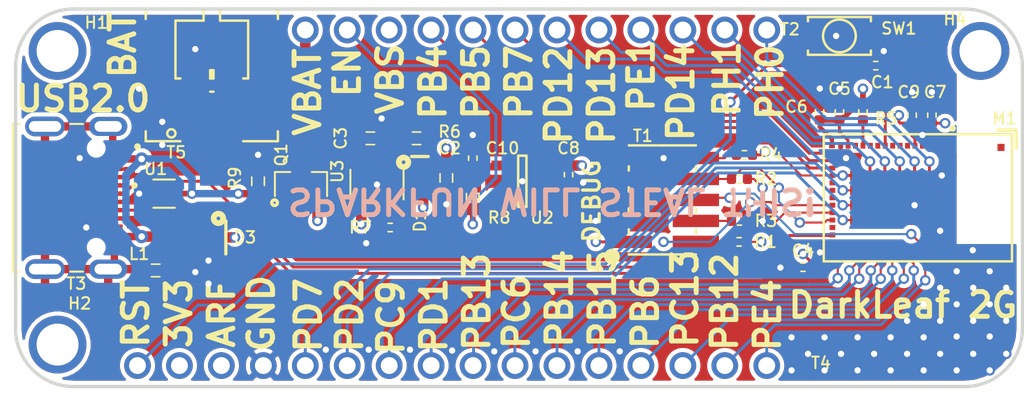
<source format=kicad_pcb>
(kicad_pcb (version 20171130) (host pcbnew "(5.1.9)-1")
  (layers (0 F.Cu signal) (1 In1.Cu signal) (2 In2.Cu signal) (31 B.Cu signal) (34 B.Paste user) (35 F.Paste user) (36 B.SilkS user hide) (37 F.SilkS user hide) (38 B.Mask user) (39 F.Mask user) (44 Edge.Cuts user))
  (net 0 "")
  (net 1 /NRST)
  (net 2 GND)
  (net 3 /VBAT)
  (net 4 +3V3)
  (net 5 /LED)
  (net 6 "Net-(L1-Pad2)")
  (net 7 "Net-(M1-Pad85)")
  (net 8 "Net-(M1-Pad14)")
  (net 9 /BOOT0)
  (net 10 "Net-(M1-Pad12)")
  (net 11 "Net-(M1-Pad11)")
  (net 12 "Net-(M1-Pad9)")
  (net 13 "Net-(M1-Pad8)")
  (net 14 "Net-(M1-Pad7)")
  (net 15 "Net-(M1-Pad3)")
  (net 16 "Net-(M1-Pad2)")
  (net 17 /JTAG_NJTRST)
  (net 18 "Net-(M1-Pad22)")
  (net 19 "Net-(M1-Pad23)")
  (net 20 /USB_D-)
  (net 21 /USB_D+)
  (net 22 "Net-(M1-Pad28)")
  (net 23 /JTAG_JTDI)
  (net 24 /JTAG_SWCLK)
  (net 25 /JTAG_SWDIO)
  (net 26 "Net-(M1-Pad24)")
  (net 27 "Net-(M1-Pad33)")
  (net 28 "Net-(M1-Pad1)")
  (net 29 "Net-(M1-Pad56)")
  (net 30 "Net-(M1-Pad55)")
  (net 31 /JTAG_JTDO)
  (net 32 "Net-(M1-Pad49)")
  (net 33 "Net-(M1-Pad50)")
  (net 34 "Net-(M1-Pad51)")
  (net 35 "Net-(M1-Pad52)")
  (net 36 "Net-(M1-Pad53)")
  (net 37 "Net-(M1-Pad54)")
  (net 38 "Net-(M1-Pad70)")
  (net 39 "Net-(M1-Pad71)")
  (net 40 "Net-(M1-Pad72)")
  (net 41 "Net-(M1-Pad73)")
  (net 42 "Net-(M1-Pad74)")
  (net 43 "Net-(M1-Pad81)")
  (net 44 "Net-(M1-Pad82)")
  (net 45 "Net-(M1-Pad83)")
  (net 46 "Net-(M1-Pad75)")
  (net 47 "Net-(M1-Pad80)")
  (net 48 "Net-(M1-Pad79)")
  (net 49 "Net-(M1-Pad78)")
  (net 50 "Net-(M1-Pad77)")
  (net 51 "Net-(M1-Pad76)")
  (net 52 /STAT)
  (net 53 /PROG)
  (net 54 "Net-(T1-Pad7)")
  (net 55 "Net-(T3-Pad5)")
  (net 56 "Net-(T3-Pad6)")
  (net 57 "Net-(T3-Pad4)")
  (net 58 "Net-(T3-Pad10)")
  (net 59 "Net-(T4-Pad3)")
  (net 60 "Net-(H1-Pad1)")
  (net 61 "Net-(H2-Pad1)")
  (net 62 "Net-(H4-Pad1)")
  (net 63 /PB10)
  (net 64 /PE4)
  (net 65 /PB11)
  (net 66 /PB14)
  (net 67 /PB15)
  (net 68 /PB6)
  (net 69 /PC13)
  (net 70 /PB12)
  (net 71 /PD1)
  (net 72 /PB13)
  (net 73 /PC6)
  (net 74 /PB4)
  (net 75 /PB7)
  (net 76 /PB5)
  (net 77 /PD12)
  (net 78 /PD13)
  (net 79 /PE1)
  (net 80 /PD14)
  (net 81 /PH1)
  (net 82 /PH0)
  (net 83 "Net-(U2-Pad4)")
  (net 84 VCC)
  (net 85 VBUS)
  (net 86 /ENABLE)
  (net 87 "Net-(M1-Pad45)")
  (net 88 /PD7)
  (net 89 /PC9)
  (net 90 /PD2)
  (module AVR-KiCAD-Lib-ICs:SOT-23-5 (layer F.Cu) (at 141.4 99.2 270)
    (fp_text reference U3 (at -0.8 2.4 90) (layer F.SilkS) (effects (font (size 0.7 0.7) (thickness 0.12))))
    (fp_text value MCP73831T-2ACI_OT)
    (pad 1 smd rect (at -1.1 -0.95 270) (size 1.06 0.65) (layers F.Cu F.Paste F.Mask) (net 52 /STAT))
    (pad 2 smd rect (at -1.1 0 270) (size 1.06 0.65) (layers F.Cu F.Paste F.Mask) (net 2 GND))
    (pad 3 smd rect (at -1.1 0.95 270) (size 1.06 0.65) (layers F.Cu F.Paste F.Mask) (net 3 /VBAT))
    (pad 4 smd rect (at 1.1 0.95 270) (size 1.06 0.65) (layers F.Cu F.Paste F.Mask) (net 84 VCC))
    (pad 5 smd rect (at 1.1 -0.95 270) (size 1.06 0.65) (layers F.Cu F.Paste F.Mask) (net 53 /PROG))
  )
  (module "AVR-KiCAD-Lib-Connectors:B2B-PH-SM4-TB(LF)(SN)" (layer F.Cu) (at 131.4 92.2)
    (fp_text reference T5 (at -2.15 5.05) (layer F.SilkS) (effects (font (size 0.7 0.7) (thickness 0.12))))
    (fp_text value "S2B-PH-SM4-TB(LF)(SN)")
    (pad "" smd rect (at 3.4 -1.125) (size 1.6 3) (layers F.Cu F.Paste F.Mask))
    (pad "" smd rect (at -3.4 -1.125) (size 1.6 3) (layers F.Cu F.Paste F.Mask))
    (pad 2 smd rect (at 1 3.275) (size 1 5.5) (layers F.Cu F.Paste F.Mask) (net 3 /VBAT))
    (pad 1 smd rect (at -1 3.275) (size 1 5.5) (layers F.Cu F.Paste F.Mask) (net 2 GND))
  )
  (module AVR-KiCAD-Lib-Resistors:R0603 (layer F.Cu) (at 134.2 99 90)
    (fp_text reference R9 (at 0.2 -1.4 90) (layer F.SilkS) (effects (font (size 0.7 0.7) (thickness 0.12))))
    (fp_text value RC0603FR-07100KL)
    (pad 2 smd roundrect (at 0.68 0 90) (size 0.74 1) (layers F.Cu F.Paste F.Mask) (net 2 GND))
    (pad 1 smd roundrect (at -0.68 0 90) (size 0.74 1) (layers F.Cu F.Paste F.Mask) (net 85 VBUS))
  )
  (module AVR-KiCAD-Lib-Diodes:D_SOD-123 (layer F.Cu) (at 130 102.4 180)
    (fp_text reference D3 (at -3.4 0) (layer F.SilkS) (effects (font (size 0.7 0.7) (thickness 0.12))))
    (fp_text value MBR0540T1G)
    (pad 2 smd rect (at -1.65 0 180) (size 0.9 1.2) (layers F.Cu F.Paste F.Mask) (net 84 VCC))
    (pad 1 smd rect (at 1.65 0 180) (size 0.9 1.2) (layers F.Cu F.Paste F.Mask) (net 85 VBUS))
  )
  (module AVR-KiCAD-Lib-Resistors:R0603 (layer F.Cu) (at 147.2 100 270)
    (fp_text reference R8 (at 1.2 -1.6 180) (layer F.SilkS) (effects (font (size 0.7 0.7) (thickness 0.12))))
    (fp_text value RC0603FR-07100KL)
    (pad 2 smd roundrect (at 0.68 0 270) (size 0.74 1) (layers F.Cu F.Paste F.Mask) (net 86 /ENABLE))
    (pad 1 smd roundrect (at -0.68 0 270) (size 0.74 1) (layers F.Cu F.Paste F.Mask) (net 84 VCC))
  )
  (module growbox-KiCAD-Transistors:SOT-23 (layer F.Cu) (at 136.8 99.2 90)
    (fp_text reference Q1 (at 1.8 -1.2 90) (layer F.SilkS) (effects (font (size 0.7 0.7) (thickness 0.12))))
    (fp_text value DMP3125L-7)
    (pad 1 smd rect (at -1 -0.95 90) (size 0.9 0.8) (layers F.Cu F.Paste F.Mask) (net 85 VBUS))
    (pad 2 smd rect (at -1 0.95 90) (size 0.9 0.8) (layers F.Cu F.Paste F.Mask) (net 84 VCC))
    (pad 3 smd rect (at 1 0 90) (size 0.9 0.8) (layers F.Cu F.Paste F.Mask) (net 3 /VBAT))
  )
  (module AVR-KiCAD-Lib-ICs:TLV75533PDBVR (layer F.Cu) (at 150.2 99)
    (fp_text reference U2 (at 1.2 2.2) (layer F.SilkS) (effects (font (size 0.7 0.7) (thickness 0.12))))
    (fp_text value TLV75533PDBVR)
    (pad 5 smd rect (at 1.374999 -0.950001 90) (size 0.599999 1.000001) (layers F.Cu F.Paste F.Mask) (net 4 +3V3))
    (pad 4 smd rect (at 1.374999 0.949998 90) (size 0.599999 1.000001) (layers F.Cu F.Paste F.Mask) (net 83 "Net-(U2-Pad4)"))
    (pad 3 smd rect (at -1.375001 0.949998 90) (size 0.599999 1.000001) (layers F.Cu F.Paste F.Mask) (net 86 /ENABLE))
    (pad 2 smd rect (at -1.375001 0 90) (size 0.599999 1.000001) (layers F.Cu F.Paste F.Mask) (net 2 GND))
    (pad 1 smd rect (at -1.375001 -0.950001 90) (size 0.599999 1.000001) (layers F.Cu F.Paste F.Mask) (net 84 VCC))
  )
  (module AVR-KiCAD-Lib-Resistors:R0402 (layer F.Cu) (at 147.2 97.6 90)
    (fp_text reference C10 (at 0.6 1.8 180) (layer F.SilkS) (effects (font (size 0.7 0.7) (thickness 0.12))))
    (fp_text value C0402C104K9PACTU)
    (pad 1 smd roundrect (at -0.483 0 90) (size 0.559 0.61) (layers F.Cu F.Paste F.Mask) (net 84 VCC))
    (pad 2 smd roundrect (at 0.483 0 90) (size 0.559 0.61) (layers F.Cu F.Paste F.Mask) (net 2 GND))
  )
  (module AVR-KiCAD-Lib-Modules:STM32WB5MMGH6TR (layer F.Cu) (at 172.6 100 270)
    (fp_text reference M1 (at -4.8 -6.8 180) (layer F.SilkS) (effects (font (size 0.7 0.7) (thickness 0.12))))
    (fp_text value STM32WB5MMGH6TR)
    (pad 86 smd rect (at 3.05 -6.585 270) (size 0.43 0.43) (layers F.Cu F.Paste F.Mask) (net 2 GND))
    (pad 85 smd rect (at -3.05 -6.585 270) (size 0.43 0.43) (layers F.Cu F.Paste F.Mask) (net 7 "Net-(M1-Pad85)"))
    (pad 16 smd rect (at -3.15 3.125 270) (size 0.35 0.3) (layers F.Cu F.Paste F.Mask) (net 2 GND))
    (pad 15 smd rect (at -3.15 2.675 270) (size 0.35 0.3) (layers F.Cu F.Paste F.Mask) (net 4 +3V3))
    (pad 14 smd rect (at -3.15 2.225 270) (size 0.35 0.3) (layers F.Cu F.Paste F.Mask) (net 8 "Net-(M1-Pad14)"))
    (pad 13 smd rect (at -3.15 1.775 270) (size 0.35 0.3) (layers F.Cu F.Paste F.Mask) (net 9 /BOOT0))
    (pad 12 smd rect (at -3.15 1.325 270) (size 0.35 0.3) (layers F.Cu F.Paste F.Mask) (net 10 "Net-(M1-Pad12)"))
    (pad 11 smd rect (at -3.15 0.875 270) (size 0.35 0.3) (layers F.Cu F.Paste F.Mask) (net 11 "Net-(M1-Pad11)"))
    (pad 10 smd rect (at -3.15 0.425 270) (size 0.35 0.3) (layers F.Cu F.Paste F.Mask) (net 1 /NRST))
    (pad 9 smd rect (at -3.15 -0.025 270) (size 0.35 0.3) (layers F.Cu F.Paste F.Mask) (net 12 "Net-(M1-Pad9)"))
    (pad 8 smd rect (at -3.15 -0.475 270) (size 0.35 0.3) (layers F.Cu F.Paste F.Mask) (net 13 "Net-(M1-Pad8)"))
    (pad 7 smd rect (at -3.15 -0.925 270) (size 0.35 0.3) (layers F.Cu F.Paste F.Mask) (net 14 "Net-(M1-Pad7)"))
    (pad 6 smd rect (at -3.15 -1.375 270) (size 0.35 0.3) (layers F.Cu F.Paste F.Mask) (net 4 +3V3))
    (pad 5 smd rect (at -3.15 -1.825 270) (size 0.35 0.3) (layers F.Cu F.Paste F.Mask) (net 2 GND))
    (pad 4 smd rect (at -3.15 -2.275 270) (size 0.35 0.3) (layers F.Cu F.Paste F.Mask) (net 4 +3V3))
    (pad 3 smd rect (at -3.15 -2.725 270) (size 0.35 0.3) (layers F.Cu F.Paste F.Mask) (net 15 "Net-(M1-Pad3)"))
    (pad 2 smd rect (at -3.15 -3.175 270) (size 0.35 0.3) (layers F.Cu F.Paste F.Mask) (net 16 "Net-(M1-Pad2)"))
    (pad 17 smd rect (at -3.175 3.65 270) (size 0.35 0.35) (layers F.Cu F.Paste F.Mask) (net 4 +3V3))
    (pad 18 smd rect (at -2.7 3.625) (size 0.35 0.3) (layers F.Cu F.Paste F.Mask) (net 75 /PB7))
    (pad 19 smd rect (at -2.25 3.625) (size 0.35 0.3) (layers F.Cu F.Paste F.Mask) (net 76 /PB5))
    (pad 20 smd rect (at -1.8 3.625) (size 0.35 0.3) (layers F.Cu F.Paste F.Mask) (net 74 /PB4))
    (pad 21 smd rect (at -1.35 3.625) (size 0.35 0.3) (layers F.Cu F.Paste F.Mask) (net 17 /JTAG_NJTRST))
    (pad 22 smd rect (at -0.9 3.625) (size 0.35 0.3) (layers F.Cu F.Paste F.Mask) (net 18 "Net-(M1-Pad22)"))
    (pad 23 smd rect (at -0.45 3.625) (size 0.35 0.3) (layers F.Cu F.Paste F.Mask) (net 19 "Net-(M1-Pad23)"))
    (pad 31 smd rect (at 3.175 3.65 270) (size 0.35 0.35) (layers F.Cu F.Paste F.Mask) (net 2 GND))
    (pad 30 smd rect (at 2.7 3.625 270) (size 0.3 0.35) (layers F.Cu F.Paste F.Mask) (net 20 /USB_D-))
    (pad 29 smd rect (at 2.25 3.625) (size 0.35 0.3) (layers F.Cu F.Paste F.Mask) (net 21 /USB_D+))
    (pad 28 smd rect (at 1.8 3.625) (size 0.35 0.3) (layers F.Cu F.Paste F.Mask) (net 22 "Net-(M1-Pad28)"))
    (pad 27 smd rect (at 1.35 3.625) (size 0.35 0.3) (layers F.Cu F.Paste F.Mask) (net 23 /JTAG_JTDI))
    (pad 26 smd rect (at 0.9 3.625) (size 0.35 0.3) (layers F.Cu F.Paste F.Mask) (net 24 /JTAG_SWCLK))
    (pad 25 smd rect (at 0.45 3.625) (size 0.35 0.3) (layers F.Cu F.Paste F.Mask) (net 25 /JTAG_SWDIO))
    (pad 24 smd rect (at 0 3.625) (size 0.35 0.3) (layers F.Cu F.Paste F.Mask) (net 26 "Net-(M1-Pad24)"))
    (pad 32 smd rect (at 3.15 3.125 270) (size 0.35 0.3) (layers F.Cu F.Paste F.Mask) (net 4 +3V3))
    (pad 33 smd rect (at 3.15 2.675 270) (size 0.35 0.3) (layers F.Cu F.Paste F.Mask) (net 27 "Net-(M1-Pad33)"))
    (pad 34 smd rect (at 3.15 2.225 270) (size 0.35 0.3) (layers F.Cu F.Paste F.Mask) (net 71 /PD1))
    (pad 35 smd rect (at 3.15 1.775 270) (size 0.35 0.3) (layers F.Cu F.Paste F.Mask) (net 72 /PB13))
    (pad 36 smd rect (at 3.15 1.325 270) (size 0.35 0.3) (layers F.Cu F.Paste F.Mask) (net 73 /PC6))
    (pad 37 smd rect (at 3.15 0.875 270) (size 0.35 0.3) (layers F.Cu F.Paste F.Mask) (net 66 /PB14))
    (pad 38 smd rect (at 3.15 0.425 270) (size 0.35 0.3) (layers F.Cu F.Paste F.Mask) (net 67 /PB15))
    (pad 39 smd rect (at 3.15 -0.025 270) (size 0.35 0.3) (layers F.Cu F.Paste F.Mask) (net 68 /PB6))
    (pad 40 smd rect (at 3.15 -0.475 270) (size 0.35 0.3) (layers F.Cu F.Paste F.Mask) (net 69 /PC13))
    (pad 41 smd rect (at 3.15 -0.925 270) (size 0.35 0.3) (layers F.Cu F.Paste F.Mask) (net 70 /PB12))
    (pad 42 smd rect (at 3.15 -1.375 270) (size 0.35 0.3) (layers F.Cu F.Paste F.Mask) (net 64 /PE4))
    (pad 43 smd rect (at 3.15 -1.825 270) (size 0.35 0.3) (layers F.Cu F.Paste F.Mask))
    (pad 44 smd rect (at 3.15 -2.275 270) (size 0.35 0.3) (layers F.Cu F.Paste F.Mask))
    (pad 45 smd rect (at 3.15 -2.725 270) (size 0.35 0.3) (layers F.Cu F.Paste F.Mask) (net 87 "Net-(M1-Pad45)"))
    (pad 46 smd rect (at 3.15 -3.175 270) (size 0.35 0.3) (layers F.Cu F.Paste F.Mask) (net 65 /PB11))
    (pad 1 smd rect (at -3.175 -3.65 270) (size 0.35 0.35) (layers F.Cu F.Paste F.Mask) (net 28 "Net-(M1-Pad1)"))
    (pad 60 smd rect (at -2.7 -3.625) (size 0.35 0.3) (layers F.Cu F.Paste F.Mask) (net 2 GND))
    (pad 59 smd rect (at -2.25 -3.625) (size 0.35 0.3) (layers F.Cu F.Paste F.Mask) (net 2 GND))
    (pad 58 smd rect (at -1.8 -3.625) (size 0.35 0.3) (layers F.Cu F.Paste F.Mask) (net 2 GND))
    (pad 57 smd rect (at -1.35 -3.625) (size 0.35 0.3) (layers F.Cu F.Paste F.Mask) (net 2 GND))
    (pad 56 smd rect (at -0.9 -3.625) (size 0.35 0.3) (layers F.Cu F.Paste F.Mask) (net 29 "Net-(M1-Pad56)"))
    (pad 55 smd rect (at -0.45 -3.625) (size 0.35 0.3) (layers F.Cu F.Paste F.Mask) (net 30 "Net-(M1-Pad55)"))
    (pad 47 smd rect (at 3.175 -3.65 270) (size 0.35 0.35) (layers F.Cu F.Paste F.Mask) (net 63 /PB10))
    (pad 48 smd rect (at 2.7 -3.625) (size 0.35 0.3) (layers F.Cu F.Paste F.Mask) (net 31 /JTAG_JTDO))
    (pad 49 smd rect (at 2.25 -3.625) (size 0.35 0.3) (layers F.Cu F.Paste F.Mask) (net 32 "Net-(M1-Pad49)"))
    (pad 50 smd rect (at 1.8 -3.625) (size 0.35 0.3) (layers F.Cu F.Paste F.Mask) (net 33 "Net-(M1-Pad50)"))
    (pad 51 smd rect (at 1.35 -3.625) (size 0.35 0.3) (layers F.Cu F.Paste F.Mask) (net 34 "Net-(M1-Pad51)"))
    (pad 52 smd rect (at 0.9 -3.625) (size 0.35 0.3) (layers F.Cu F.Paste F.Mask) (net 35 "Net-(M1-Pad52)"))
    (pad 53 smd rect (at 0.45 -3.625) (size 0.35 0.3) (layers F.Cu F.Paste F.Mask) (net 36 "Net-(M1-Pad53)"))
    (pad 54 smd rect (at 0 -3.625) (size 0.35 0.3) (layers F.Cu F.Paste F.Mask) (net 37 "Net-(M1-Pad54)"))
    (pad 69 smd rect (at 1.35 2.25 270) (size 0.6 0.6) (layers F.Cu F.Paste F.Mask) (net 89 /PC9))
    (pad 70 smd rect (at 1.35 1.35 270) (size 0.6 0.6) (layers F.Cu F.Paste F.Mask) (net 38 "Net-(M1-Pad70)"))
    (pad 71 smd rect (at 1.35 0.45 270) (size 0.6 0.6) (layers F.Cu F.Paste F.Mask) (net 39 "Net-(M1-Pad71)"))
    (pad 72 smd rect (at 1.35 -0.45 270) (size 0.6 0.6) (layers F.Cu F.Paste F.Mask) (net 40 "Net-(M1-Pad72)"))
    (pad 73 smd rect (at 1.35 -1.35 270) (size 0.6 0.6) (layers F.Cu F.Paste F.Mask) (net 41 "Net-(M1-Pad73)"))
    (pad 74 smd rect (at 1.35 -2.25 270) (size 0.6 0.6) (layers F.Cu F.Paste F.Mask) (net 42 "Net-(M1-Pad74)"))
    (pad 68 smd rect (at 0.45 2.25 270) (size 0.6 0.6) (layers F.Cu F.Paste F.Mask) (net 90 /PD2))
    (pad 81 smd rect (at 0.45 1.35 270) (size 0.6 0.6) (layers F.Cu F.Paste F.Mask) (net 43 "Net-(M1-Pad81)"))
    (pad 82 smd rect (at 0.45 0.45 270) (size 0.6 0.6) (layers F.Cu F.Paste F.Mask) (net 44 "Net-(M1-Pad82)"))
    (pad 83 smd rect (at 0.45 -0.45 270) (size 0.6 0.6) (layers F.Cu F.Paste F.Mask) (net 45 "Net-(M1-Pad83)"))
    (pad 84 smd rect (at 0.45 -1.35 270) (size 0.6 0.6) (layers F.Cu F.Paste F.Mask) (net 2 GND))
    (pad 75 smd rect (at 0.45 -2.25 270) (size 0.6 0.6) (layers F.Cu F.Paste F.Mask) (net 46 "Net-(M1-Pad75)"))
    (pad 67 smd rect (at -0.45 2.25 270) (size 0.6 0.6) (layers F.Cu F.Paste F.Mask) (net 88 /PD7))
    (pad 80 smd rect (at -0.45 1.35 270) (size 0.6 0.6) (layers F.Cu F.Paste F.Mask) (net 47 "Net-(M1-Pad80)"))
    (pad 79 smd rect (at -0.45 0.45 270) (size 0.6 0.6) (layers F.Cu F.Paste F.Mask) (net 48 "Net-(M1-Pad79)"))
    (pad 78 smd rect (at -0.45 -0.45 270) (size 0.6 0.6) (layers F.Cu F.Paste F.Mask) (net 49 "Net-(M1-Pad78)"))
    (pad 77 smd rect (at -0.45 -1.35 270) (size 0.6 0.6) (layers F.Cu F.Paste F.Mask) (net 50 "Net-(M1-Pad77)"))
    (pad 76 smd rect (at -0.45 -2.25 270) (size 0.6 0.6) (layers F.Cu F.Paste F.Mask) (net 51 "Net-(M1-Pad76)"))
    (pad 66 smd rect (at -1.35 2.25 270) (size 0.6 0.6) (layers F.Cu F.Paste F.Mask) (net 77 /PD12))
    (pad 65 smd rect (at -1.35 1.35 270) (size 0.6 0.6) (layers F.Cu F.Paste F.Mask) (net 78 /PD13))
    (pad 64 smd rect (at -1.35 0.45 270) (size 0.6 0.6) (layers F.Cu F.Paste F.Mask) (net 79 /PE1))
    (pad 63 smd rect (at -1.35 -0.45 270) (size 0.6 0.6) (layers F.Cu F.Paste F.Mask) (net 80 /PD14))
    (pad 62 smd rect (at -1.35 -1.35 270) (size 0.6 0.6) (layers F.Cu F.Paste F.Mask) (net 81 /PH1))
    (pad 61 smd rect (at -1.35 -2.25 270) (size 0.6 0.6) (layers F.Cu F.Paste F.Mask) (net 82 /PH0))
  )
  (module AVR-KiCAD-Lib-Connectors:SAMTEC-TSW-112-07-X-S (layer F.Cu) (at 151.03 89.84)
    (fp_text reference T2 (at 15.37 -0.04) (layer F.SilkS) (effects (font (size 0.7 0.7) (thickness 0.12))))
    (fp_text value TSW-112-07-G-S hide)
    (pad 12 thru_hole circle (at 13.97 0) (size 1.62 1.62) (drill 1.02) (layers *.Cu *.Mask) (net 82 /PH0))
    (pad 11 thru_hole circle (at 11.43 0) (size 1.62 1.62) (drill 1.02) (layers *.Cu *.Mask) (net 81 /PH1))
    (pad 10 thru_hole circle (at 8.89 0) (size 1.62 1.62) (drill 1.02) (layers *.Cu *.Mask) (net 80 /PD14))
    (pad 9 thru_hole circle (at 6.35 0) (size 1.62 1.62) (drill 1.02) (layers *.Cu *.Mask) (net 79 /PE1))
    (pad 8 thru_hole circle (at 3.81 0) (size 1.62 1.62) (drill 1.02) (layers *.Cu *.Mask) (net 78 /PD13))
    (pad 7 thru_hole circle (at 1.27 0) (size 1.62 1.62) (drill 1.02) (layers *.Cu *.Mask) (net 77 /PD12))
    (pad 6 thru_hole circle (at -1.27 0) (size 1.62 1.62) (drill 1.02) (layers *.Cu *.Mask) (net 75 /PB7))
    (pad 5 thru_hole circle (at -3.81 0) (size 1.62 1.62) (drill 1.02) (layers *.Cu *.Mask) (net 76 /PB5))
    (pad 4 thru_hole circle (at -6.35 0) (size 1.62 1.62) (drill 1.02) (layers *.Cu *.Mask) (net 74 /PB4))
    (pad 3 thru_hole circle (at -8.89 0) (size 1.62 1.62) (drill 1.02) (layers *.Cu *.Mask) (net 85 VBUS))
    (pad 2 thru_hole circle (at -11.43 0) (size 1.62 1.62) (drill 1.02) (layers *.Cu *.Mask) (net 86 /ENABLE))
    (pad 1 thru_hole circle (at -13.97 0) (size 1.62 1.62) (drill 1.02) (layers *.Cu *.Mask) (net 3 /VBAT))
  )
  (module AVR-KiCAD-Lib-Connectors:SAMTEC-TSW-116-07-X-S (layer F.Cu) (at 145.95 110.16)
    (fp_text reference T4 (at 22.33 -0.16) (layer F.SilkS) (effects (font (size 0.7 0.7) (thickness 0.12))))
    (fp_text value TSW-116-07-L-S)
    (pad 16 thru_hole circle (at 19.05 0) (size 1.62 1.62) (drill 1.02) (layers *.Cu *.Mask) (net 64 /PE4))
    (pad 15 thru_hole circle (at 16.51 0) (size 1.62 1.62) (drill 1.02) (layers *.Cu *.Mask) (net 70 /PB12))
    (pad 14 thru_hole circle (at 13.97 0) (size 1.62 1.62) (drill 1.02) (layers *.Cu *.Mask) (net 69 /PC13))
    (pad 13 thru_hole circle (at 11.43 0) (size 1.62 1.62) (drill 1.02) (layers *.Cu *.Mask) (net 68 /PB6))
    (pad 12 thru_hole circle (at 8.89 0) (size 1.62 1.62) (drill 1.02) (layers *.Cu *.Mask) (net 67 /PB15))
    (pad 11 thru_hole circle (at 6.35 0) (size 1.62 1.62) (drill 1.02) (layers *.Cu *.Mask) (net 66 /PB14))
    (pad 10 thru_hole circle (at 3.81 0) (size 1.62 1.62) (drill 1.02) (layers *.Cu *.Mask) (net 73 /PC6))
    (pad 9 thru_hole circle (at 1.27 0) (size 1.62 1.62) (drill 1.02) (layers *.Cu *.Mask) (net 72 /PB13))
    (pad 8 thru_hole circle (at -1.27 0) (size 1.62 1.62) (drill 1.02) (layers *.Cu *.Mask) (net 71 /PD1))
    (pad 7 thru_hole circle (at -3.81 0) (size 1.62 1.62) (drill 1.02) (layers *.Cu *.Mask) (net 89 /PC9))
    (pad 6 thru_hole circle (at -6.35 0) (size 1.62 1.62) (drill 1.02) (layers *.Cu *.Mask) (net 90 /PD2))
    (pad 5 thru_hole circle (at -8.89 0) (size 1.62 1.62) (drill 1.02) (layers *.Cu *.Mask) (net 88 /PD7))
    (pad 4 thru_hole circle (at -11.43 0) (size 1.62 1.62) (drill 1.02) (layers *.Cu *.Mask) (net 2 GND))
    (pad 3 thru_hole circle (at -13.97 0) (size 1.62 1.62) (drill 1.02) (layers *.Cu *.Mask) (net 59 "Net-(T4-Pad3)"))
    (pad 2 thru_hole circle (at -16.51 0) (size 1.62 1.62) (drill 1.02) (layers *.Cu *.Mask) (net 4 +3V3))
    (pad 1 thru_hole circle (at -19.05 0) (size 1.62 1.62) (drill 1.02) (layers *.Cu *.Mask) (net 1 /NRST))
  )
  (module AVR-KiCAD-Lib-Connectors:JAE_DX07S016JA1R1500 (layer F.Cu) (at 124.4 100 270)
    (fp_text reference T3 (at 5.2 1.2 180) (layer F.SilkS) (effects (font (size 0.7 0.7) (thickness 0.12))))
    (fp_text value DX07S016JA1R1500)
    (pad S6 thru_hole oval (at 4.32 3.1 270) (size 1.2 2.4) (drill oval 0.65 1.95) (layers *.Cu *.Mask) (net 6 "Net-(L1-Pad2)"))
    (pad S5 thru_hole oval (at -4.32 3.1 270) (size 1.2 2.4) (drill oval 0.65 1.95) (layers *.Cu *.Mask) (net 6 "Net-(L1-Pad2)"))
    (pad S4 thru_hole oval (at 4.32 -0.725 270) (size 1.158 2.316) (drill oval 0.65 1.65) (layers *.Cu *.Mask) (net 6 "Net-(L1-Pad2)"))
    (pad S3 thru_hole oval (at -4.32 -0.725 270) (size 1.158 2.316) (drill oval 0.65 1.65) (layers *.Cu *.Mask) (net 6 "Net-(L1-Pad2)"))
    (pad None np_thru_hole circle (at -3 0 270) (size 0.63 0.63) (drill 0.63) (layers *.Cu *.Mask))
    (pad S2 smd rect (at 1.4 3.1 270) (size 1 2) (layers F.Cu F.Paste F.Mask) (net 6 "Net-(L1-Pad2)"))
    (pad S1 smd rect (at -1.4 3.1 270) (size 1 2) (layers F.Cu F.Paste F.Mask) (net 6 "Net-(L1-Pad2)"))
    (pad None np_thru_hole circle (at 3 0 270) (size 0.63 0.63) (drill 0.63) (layers *.Cu *.Mask))
    (pad None np_thru_hole circle (at 3 0 270) (size 0.6 0.6) (drill 0.6) (layers *.Cu *.Mask))
    (pad 9 smd rect (at 1.25 -1.1 270) (size 0.27 1) (layers F.Cu F.Paste F.Mask) (net 2 GND))
    (pad 8 smd rect (at 0.75 -1.1 270) (size 0.27 1) (layers F.Cu F.Paste F.Mask) (net 55 "Net-(T3-Pad5)"))
    (pad 7 smd rect (at 0.25 -1.1 270) (size 0.27 1) (layers F.Cu F.Paste F.Mask) (net 56 "Net-(T3-Pad6)"))
    (pad 6 smd rect (at -0.25 -1.1 270) (size 0.27 1) (layers F.Cu F.Paste F.Mask) (net 56 "Net-(T3-Pad6)"))
    (pad 5 smd rect (at -0.75 -1.1 270) (size 0.27 1) (layers F.Cu F.Paste F.Mask) (net 55 "Net-(T3-Pad5)"))
    (pad 4 smd rect (at -1.25 -1.1 270) (size 0.27 1) (layers F.Cu F.Paste F.Mask) (net 57 "Net-(T3-Pad4)"))
    (pad 10 smd rect (at 1.75 -1.1 270) (size 0.27 1) (layers F.Cu F.Paste F.Mask) (net 58 "Net-(T3-Pad10)"))
    (pad 3 smd rect (at -1.75 -1.1 270) (size 0.27 1) (layers F.Cu F.Paste F.Mask) (net 2 GND))
    (pad 11 smd rect (at 2.35 -1.1 270) (size 0.52 1) (layers F.Cu F.Paste F.Mask) (net 85 VBUS))
    (pad 2 smd rect (at -2.35 -1.1 270) (size 0.52 1) (layers F.Cu F.Paste F.Mask) (net 85 VBUS))
    (pad 12 smd rect (at 3.1 -1.1 270) (size 0.52 1) (layers F.Cu F.Paste F.Mask) (net 6 "Net-(L1-Pad2)"))
    (pad 1 smd rect (at -3.1 -1.1 270) (size 0.52 1) (layers F.Cu F.Paste F.Mask) (net 6 "Net-(L1-Pad2)"))
  )
  (module AVR-KiCAD-Lib-Holes_Fasteners:2.54mm_PLT_Hole (layer F.Cu) (at 177.94 91.11)
    (fp_text reference H4 (at -1.54 -1.91) (layer F.SilkS) (effects (font (size 0.7 0.7) (thickness 0.12))))
    (fp_text value 2.54mm_PLT_Hole)
    (pad 1 thru_hole circle (at 0 0) (size 3.5 3.5) (drill 2.54) (layers *.Cu *.Mask) (net 62 "Net-(H4-Pad1)"))
  )
  (module AVR-KiCAD-Lib-Holes_Fasteners:2.54mm_PLT_Hole (layer F.Cu) (at 122.06 108.89)
    (fp_text reference H2 (at 1.34 -2.49) (layer F.SilkS) (effects (font (size 0.7 0.7) (thickness 0.12))))
    (fp_text value 2.54mm_PLT_Hole)
    (pad 1 thru_hole circle (at 0 0) (size 3.5 3.5) (drill 2.54) (layers *.Cu *.Mask) (net 61 "Net-(H2-Pad1)"))
  )
  (module AVR-KiCAD-Lib-Holes_Fasteners:2.54mm_PLT_Hole (layer F.Cu) (at 122.06 91.11)
    (fp_text reference H1 (at 2.34 -1.71) (layer F.SilkS) (effects (font (size 0.7 0.7) (thickness 0.12))))
    (fp_text value 2.54mm_PLT_Hole)
    (pad 1 thru_hole circle (at 0 0) (size 3.5 3.5) (drill 2.54) (layers *.Cu *.Mask) (net 60 "Net-(H1-Pad1)"))
  )
  (module AVR-KiCAD-Lib-ICs:SOT50P160X60-6N (layer F.Cu) (at 128.51 99.75)
    (fp_text reference U1 (at -0.51 -1.5) (layer F.SilkS) (effects (font (size 0.7 0.7) (thickness 0.12))))
    (fp_text value USBLC6-2P6)
    (pad 6 smd rect (at 0.69 -0.5) (size 0.75 0.35) (layers F.Cu F.Paste F.Mask) (net 21 /USB_D+))
    (pad 5 smd rect (at 0.69 0) (size 0.75 0.35) (layers F.Cu F.Paste F.Mask) (net 85 VBUS))
    (pad 4 smd rect (at 0.69 0.5) (size 0.75 0.35) (layers F.Cu F.Paste F.Mask) (net 20 /USB_D-))
    (pad 3 smd rect (at -0.69 0.5) (size 0.75 0.35) (layers F.Cu F.Paste F.Mask) (net 55 "Net-(T3-Pad5)"))
    (pad 2 smd rect (at -0.69 0) (size 0.75 0.35) (layers F.Cu F.Paste F.Mask) (net 2 GND))
    (pad 1 smd rect (at -0.69 -0.5) (size 0.75 0.35) (layers F.Cu F.Paste F.Mask) (net 56 "Net-(T3-Pad6)"))
  )
  (module AVR-KiCAD-Lib-Connectors:20021121-00010C4LF (layer F.Cu) (at 158.68 100.13 270)
    (fp_text reference T1 (at -3.88 1.18 180) (layer F.SilkS) (effects (font (size 0.7 0.7) (thickness 0.12))))
    (fp_text value 20021121-00010C4LF)
    (pad 10 smd rect (at -2.54 -2.03 270) (size 0.75 2.8) (layers F.Cu F.Paste F.Mask) (net 17 /JTAG_NJTRST))
    (pad 9 smd rect (at -2.54 2.03 270) (size 0.75 2.8) (layers F.Cu F.Paste F.Mask) (net 2 GND))
    (pad 8 smd rect (at -1.27 -2.03 270) (size 0.75 2.8) (layers F.Cu F.Paste F.Mask) (net 23 /JTAG_JTDI))
    (pad 7 smd rect (at -1.27 2.03 270) (size 0.75 2.8) (layers F.Cu F.Paste F.Mask) (net 54 "Net-(T1-Pad7)"))
    (pad 6 smd rect (at 0 -2.03 270) (size 0.75 2.8) (layers F.Cu F.Paste F.Mask) (net 31 /JTAG_JTDO))
    (pad 5 smd rect (at 0 2.03 270) (size 0.75 2.8) (layers F.Cu F.Paste F.Mask) (net 2 GND))
    (pad 4 smd rect (at 1.27 -2.03 270) (size 0.75 2.8) (layers F.Cu F.Paste F.Mask) (net 24 /JTAG_SWCLK))
    (pad 3 smd rect (at 1.27 2.03 270) (size 0.75 2.8) (layers F.Cu F.Paste F.Mask) (net 2 GND))
    (pad 2 smd rect (at 2.54 -2.03 270) (size 0.75 2.8) (layers F.Cu F.Paste F.Mask) (net 25 /JTAG_SWDIO))
    (pad 1 smd rect (at 2.54 2.03 270) (size 0.75 2.8) (layers F.Cu F.Paste F.Mask) (net 4 +3V3))
  )
  (module AVR-KiCAD-Lib-Mech-Switches:B3U-1000P (layer F.Cu) (at 169.4 90.2)
    (fp_text reference SW1 (at 3.6 -0.45) (layer F.SilkS) (effects (font (size 0.7 0.7) (thickness 0.12))))
    (fp_text value B3U-1000P)
    (pad 1 smd rect (at -1.7 0) (size 0.8 1.7) (layers F.Cu F.Paste F.Mask) (net 2 GND))
    (pad 2 smd rect (at 1.7 0) (size 0.8 1.7) (layers F.Cu F.Paste F.Mask) (net 1 /NRST))
  )
  (module AVR-KiCAD-Lib-Resistors:R0402 (layer F.Cu) (at 142.2 101.8 180)
    (fp_text reference R7 (at 1.8 0) (layer F.SilkS) (effects (font (size 0.7 0.7) (thickness 0.12))))
    (fp_text value RC0402FR-072KL)
    (pad 1 smd roundrect (at -0.483 0 180) (size 0.559 0.61) (layers F.Cu F.Paste F.Mask) (net 53 /PROG))
    (pad 2 smd roundrect (at 0.483 0 180) (size 0.559 0.61) (layers F.Cu F.Paste F.Mask) (net 2 GND))
  )
  (module AVR-KiCAD-Lib-Resistors:R0603 (layer F.Cu) (at 143.8 96.4 180)
    (fp_text reference R6 (at -2 0.4) (layer F.SilkS) (effects (font (size 0.7 0.7) (thickness 0.12))))
    (fp_text value RC0603FR-07470RL)
    (pad 2 smd roundrect (at 0.68 0 180) (size 0.74 1) (layers F.Cu F.Paste F.Mask) (net 52 /STAT))
    (pad 1 smd roundrect (at -0.68 0 180) (size 0.74 1) (layers F.Cu F.Paste F.Mask) (net 5 /LED))
  )
  (module AVR-KiCAD-Lib-Resistors:R0402 (layer F.Cu) (at 170.825 94.8 270)
    (fp_text reference R5 (at 0.4 -1.4 180) (layer F.SilkS) (effects (font (size 0.7 0.7) (thickness 0.12))))
    (fp_text value RC0402FR-0710KL)
    (pad 1 smd roundrect (at -0.483 0 270) (size 0.559 0.61) (layers F.Cu F.Paste F.Mask) (net 4 +3V3))
    (pad 2 smd roundrect (at 0.483 0 270) (size 0.559 0.61) (layers F.Cu F.Paste F.Mask) (net 9 /BOOT0))
  )
  (module AVR-KiCAD-Lib-Resistors:R0402 (layer F.Cu) (at 163.65 97.4 180)
    (fp_text reference R4 (at -1.6 0) (layer F.SilkS) (effects (font (size 0.7 0.7) (thickness 0.12))))
    (fp_text value RC0402FR-0710KL)
    (pad 1 smd roundrect (at -0.483 0 180) (size 0.559 0.61) (layers F.Cu F.Paste F.Mask) (net 4 +3V3))
    (pad 2 smd roundrect (at 0.483 0 180) (size 0.559 0.61) (layers F.Cu F.Paste F.Mask) (net 17 /JTAG_NJTRST))
  )
  (module AVR-KiCAD-Lib-Resistors:R0402 (layer F.Cu) (at 163.35 101.4)
    (fp_text reference R3 (at 1.6 0) (layer F.SilkS) (effects (font (size 0.7 0.7) (thickness 0.12))))
    (fp_text value RC0402FR-0710KL)
    (pad 1 smd roundrect (at -0.483 0) (size 0.559 0.61) (layers F.Cu F.Paste F.Mask) (net 24 /JTAG_SWCLK))
    (pad 2 smd roundrect (at 0.483 0) (size 0.559 0.61) (layers F.Cu F.Paste F.Mask) (net 2 GND))
  )
  (module AVR-KiCAD-Lib-Resistors:R0402 (layer F.Cu) (at 163.35 98.86 180)
    (fp_text reference R2 (at -1.6 0) (layer F.SilkS) (effects (font (size 0.7 0.7) (thickness 0.12))))
    (fp_text value RC0402FR-0710KL)
    (pad 1 smd roundrect (at -0.483 0 180) (size 0.559 0.61) (layers F.Cu F.Paste F.Mask) (net 4 +3V3))
    (pad 2 smd roundrect (at 0.483 0 180) (size 0.559 0.61) (layers F.Cu F.Paste F.Mask) (net 23 /JTAG_JTDI))
  )
  (module AVR-KiCAD-Lib-Resistors:R0402 (layer F.Cu) (at 163.325 102.67 180)
    (fp_text reference R1 (at -1.6 0) (layer F.SilkS) (effects (font (size 0.7 0.7) (thickness 0.12))))
    (fp_text value RC0402FR-0710KL)
    (pad 1 smd roundrect (at -0.483 0 180) (size 0.559 0.61) (layers F.Cu F.Paste F.Mask) (net 4 +3V3))
    (pad 2 smd roundrect (at 0.483 0 180) (size 0.559 0.61) (layers F.Cu F.Paste F.Mask) (net 25 /JTAG_SWDIO))
  )
  (module AVR-KiCAD-Lib-Inductors:MI0603K300R-10 (layer F.Cu) (at 128 104.4 180)
    (fp_text reference L1 (at 1 1) (layer F.SilkS) (effects (font (size 0.7 0.7) (thickness 0.12))))
    (fp_text value MI0603K300R-10)
    (pad 1 smd roundrect (at -0.7 0 180) (size 0.8 0.95) (layers F.Cu F.Paste F.Mask) (net 2 GND))
    (pad 2 smd roundrect (at 0.7 0 180) (size 0.8 0.95) (layers F.Cu F.Paste F.Mask) (net 6 "Net-(L1-Pad2)"))
  )
  (module AVR-KiCAD-Lib-Diodes:LED0603 (layer F.Cu) (at 144 98.8 90)
    (fp_text reference D1 (at -2.6 0 90) (layer F.SilkS) (effects (font (size 0.7 0.7) (thickness 0.12))))
    (fp_text value LTST-C194TBKT)
    (pad 2 smd roundrect (at 0.75 0 90) (size 0.75 1) (layers F.Cu F.Paste F.Mask) (net 5 /LED))
    (pad 1 smd roundrect (at -0.75 0 90) (size 0.75 1) (layers F.Cu F.Paste F.Mask) (net 84 VCC))
  )
  (module AVR-KiCAD-Lib-Resistors:R0402 (layer F.Cu) (at 173.8 95 90)
    (fp_text reference C9 (at 1.4 -0.2 180) (layer F.SilkS) (effects (font (size 0.7 0.7) (thickness 0.12))))
    (fp_text value C0402C104K9PACTU)
    (pad 1 smd roundrect (at -0.483 0 90) (size 0.559 0.61) (layers F.Cu F.Paste F.Mask) (net 4 +3V3))
    (pad 2 smd roundrect (at 0.483 0 90) (size 0.559 0.61) (layers F.Cu F.Paste F.Mask) (net 2 GND))
  )
  (module AVR-KiCAD-Lib-Resistors:R0402 (layer F.Cu) (at 153 98.6 270)
    (fp_text reference C8 (at -1.6 0 180) (layer F.SilkS) (effects (font (size 0.7 0.7) (thickness 0.12))))
    (fp_text value C0402C104K9PACTU)
    (pad 1 smd roundrect (at -0.483 0 270) (size 0.559 0.61) (layers F.Cu F.Paste F.Mask) (net 4 +3V3))
    (pad 2 smd roundrect (at 0.483 0 270) (size 0.559 0.61) (layers F.Cu F.Paste F.Mask) (net 2 GND))
  )
  (module AVR-KiCAD-Lib-Resistors:R0402 (layer F.Cu) (at 175 95 90)
    (fp_text reference C7 (at 1.4 0.2) (layer F.SilkS) (effects (font (size 0.7 0.7) (thickness 0.12))))
    (fp_text value C0402C104K9PACTU)
    (pad 1 smd roundrect (at -0.483 0 90) (size 0.559 0.61) (layers F.Cu F.Paste F.Mask) (net 4 +3V3))
    (pad 2 smd roundrect (at 0.483 0 90) (size 0.559 0.61) (layers F.Cu F.Paste F.Mask) (net 2 GND))
  )
  (module AVR-KiCAD-Lib-Resistors:R0402 (layer F.Cu) (at 168.2 94.8 90)
    (fp_text reference C6 (at 0.317 -1.4 180) (layer F.SilkS) (effects (font (size 0.7 0.7) (thickness 0.12))))
    (fp_text value C0402C104K9PACTU)
    (pad 1 smd roundrect (at -0.483 0 90) (size 0.559 0.61) (layers F.Cu F.Paste F.Mask) (net 4 +3V3))
    (pad 2 smd roundrect (at 0.483 0 90) (size 0.559 0.61) (layers F.Cu F.Paste F.Mask) (net 2 GND))
  )
  (module AVR-KiCAD-Lib-Resistors:R0402 (layer F.Cu) (at 169.4 94.8 90)
    (fp_text reference C5 (at 1.4 0 180) (layer F.SilkS) (effects (font (size 0.7 0.7) (thickness 0.12))))
    (fp_text value C0402C104K9PACTU)
    (pad 1 smd roundrect (at -0.483 0 90) (size 0.559 0.61) (layers F.Cu F.Paste F.Mask) (net 4 +3V3))
    (pad 2 smd roundrect (at 0.483 0 90) (size 0.559 0.61) (layers F.Cu F.Paste F.Mask) (net 2 GND))
  )
  (module AVR-KiCAD-Lib-Resistors:R0402 (layer F.Cu) (at 167.2 104.2 180)
    (fp_text reference C4 (at 0 1) (layer F.SilkS) (effects (font (size 0.7 0.7) (thickness 0.12))))
    (fp_text value C0402C104K9PACTU)
    (pad 1 smd roundrect (at -0.483 0 180) (size 0.559 0.61) (layers F.Cu F.Paste F.Mask) (net 4 +3V3))
    (pad 2 smd roundrect (at 0.483 0 180) (size 0.559 0.61) (layers F.Cu F.Paste F.Mask) (net 2 GND))
  )
  (module AVR-KiCAD-Lib-Capacitors:C0603 (layer F.Cu) (at 141 96.4)
    (fp_text reference C3 (at -1.8 0 -90) (layer F.SilkS) (effects (font (size 0.7 0.7) (thickness 0.12))))
    (fp_text value C0603C475K9PACTU hide)
    (pad 2 smd roundrect (at 0.68 0) (size 0.74 1) (layers F.Cu F.Paste F.Mask) (net 2 GND))
    (pad 1 smd roundrect (at -0.68 0) (size 0.74 1) (layers F.Cu F.Paste F.Mask) (net 3 /VBAT))
  )
  (module AVR-KiCAD-Lib-Capacitors:C0603 (layer F.Cu) (at 145.6 98.8 90)
    (fp_text reference C2 (at 1.8 0.2 180) (layer F.SilkS) (effects (font (size 0.7 0.7) (thickness 0.12))))
    (fp_text value C0603C475K9PACTU hide)
    (pad 2 smd roundrect (at 0.68 0 90) (size 0.74 1) (layers F.Cu F.Paste F.Mask) (net 84 VCC))
    (pad 1 smd roundrect (at -0.68 0 90) (size 0.74 1) (layers F.Cu F.Paste F.Mask) (net 2 GND))
  )
  (module AVR-KiCAD-Lib-Resistors:R0402 (layer F.Cu) (at 171.6 92)
    (fp_text reference C1 (at 0.4 1) (layer F.SilkS) (effects (font (size 0.7 0.7) (thickness 0.12))))
    (fp_text value C0402C104K9PACTU)
    (pad 1 smd roundrect (at -0.483 0) (size 0.559 0.61) (layers F.Cu F.Paste F.Mask) (net 1 /NRST))
    (pad 2 smd roundrect (at 0.483 0) (size 0.559 0.61) (layers F.Cu F.Paste F.Mask) (net 2 GND))
  )
  (gr_text BAT (at 126 90.75 90) (layer F.SilkS) (effects (font (size 1.5 1.5) (thickness 0.3))))
  (gr_text PC9 (at 142.25 107.25 90) (layer F.SilkS) (effects (font (size 1.5 1.5) (thickness 0.3))))
  (gr_text PD2 (at 139.75 107.1 90) (layer F.SilkS) (effects (font (size 1.5 1.5) (thickness 0.3))))
  (gr_text PD7 (at 137.25 107.1 90) (layer F.SilkS) (effects (font (size 1.5 1.5) (thickness 0.3))))
  (gr_text VBAT (at 137.2 93.6 90) (layer F.SilkS) (effects (font (size 1.5 1.5) (thickness 0.3))))
  (gr_text "SPARKFUN WILL STEAL THIS!" (at 152 100.2 180) (layer B.SilkS) (effects (font (size 1.5 1.5) (thickness 0.3)) (justify mirror)))
  (gr_text "DarkLeaf 2G" (at 173.25 106.5) (layer F.SilkS) (effects (font (size 1.5 1.5) (thickness 0.3))))
  (gr_text USB2.0 (at 123.6 94) (layer F.SilkS) (effects (font (size 1.5 1.5) (thickness 0.3))))
  (gr_text DEBUG (at 154.4 100.2 90) (layer F.SilkS) (effects (font (size 1 1) (thickness 0.2))))
  (gr_text PH0 (at 165.2 93 90) (layer F.SilkS) (effects (font (size 1.5 1.5) (thickness 0.3))))
  (gr_text PH1 (at 162.6 92.8 90) (layer F.SilkS) (effects (font (size 1.5 1.5) (thickness 0.3))))
  (gr_text PD14 (at 159.8 93.6 90) (layer F.SilkS) (effects (font (size 1.5 1.5) (thickness 0.3))))
  (gr_text PE1 (at 157.4 92.6 90) (layer F.SilkS) (effects (font (size 1.5 1.5) (thickness 0.3))))
  (gr_text PD13 (at 155 93.8 90) (layer F.SilkS) (effects (font (size 1.5 1.5) (thickness 0.3))))
  (gr_text PD12 (at 152.4 93.8 90) (layer F.SilkS) (effects (font (size 1.5 1.5) (thickness 0.3))))
  (gr_text PB7 (at 150 93 90) (layer F.SilkS) (effects (font (size 1.5 1.5) (thickness 0.3))))
  (gr_text PB5 (at 147.4 93 90) (layer F.SilkS) (effects (font (size 1.5 1.5) (thickness 0.3))))
  (gr_text PB4 (at 144.8 93 90) (layer F.SilkS) (effects (font (size 1.5 1.5) (thickness 0.3))))
  (gr_text VBS (at 142.2 92.8 90) (layer F.SilkS) (effects (font (size 1.5 1.5) (thickness 0.3))))
  (gr_text EN (at 139.6 92.4 90) (layer F.SilkS) (effects (font (size 1.5 1.5) (thickness 0.3))))
  (gr_text PB12 (at 162.45 106.3 90) (layer F.SilkS) (effects (font (size 1.5 1.5) (thickness 0.3))))
  (gr_text PE4 (at 165.05 107.1 90) (layer F.SilkS) (effects (font (size 1.5 1.5) (thickness 0.3))))
  (gr_text PC13 (at 160.05 106.1 90) (layer F.SilkS) (effects (font (size 1.5 1.5) (thickness 0.3))))
  (gr_text PB6 (at 157.65 106.9 90) (layer F.SilkS) (effects (font (size 1.5 1.5) (thickness 0.3))))
  (gr_text PB15 (at 155.05 106.1 90) (layer F.SilkS) (effects (font (size 1.5 1.5) (thickness 0.3))))
  (gr_text PB14 (at 152.45 106.1 90) (layer F.SilkS) (effects (font (size 1.5 1.5) (thickness 0.3))))
  (gr_text PC6 (at 149.85 106.9 90) (layer F.SilkS) (effects (font (size 1.5 1.5) (thickness 0.3))))
  (gr_text PB13 (at 147.45 106.3 90) (layer F.SilkS) (effects (font (size 1.5 1.5) (thickness 0.3))))
  (gr_text PD1 (at 144.85 107.1 90) (layer F.SilkS) (effects (font (size 1.5 1.5) (thickness 0.3))))
  (gr_text GND (at 134.4 107 90) (layer F.SilkS) (effects (font (size 1.5 1.5) (thickness 0.3))))
  (gr_text ARF (at 132 107 90) (layer F.SilkS) (effects (font (size 1.5 1.5) (thickness 0.3))))
  (gr_text 3V3 (at 129.4 107 90) (layer F.SilkS) (effects (font (size 1.5 1.5) (thickness 0.3))))
  (gr_text RST (at 126.8 107 90) (layer F.SilkS) (effects (font (size 1.5 1.5) (thickness 0.3))))
  (gr_arc (start 176.98 107.93) (end 176.98 111.43) (angle -90) (layer Edge.Cuts) (width 0.2))
  (gr_line (start 123.02 111.43) (end 176.98 111.43) (layer Edge.Cuts) (width 0.2))
  (gr_arc (start 123.02 107.93) (end 119.519999 107.93) (angle -90) (layer Edge.Cuts) (width 0.2))
  (gr_line (start 119.52 92.07) (end 119.52 107.93) (layer Edge.Cuts) (width 0.2))
  (gr_arc (start 123.02 92.07) (end 123.02 88.57) (angle -90) (layer Edge.Cuts) (width 0.2))
  (gr_line (start 176.98 88.569999) (end 123.02 88.57) (layer Edge.Cuts) (width 0.2))
  (gr_arc (start 176.98 92.069999) (end 180.48 92.069999) (angle -90) (layer Edge.Cuts) (width 0.2))
  (gr_line (start 180.48 107.93) (end 180.48 92.069999) (layer Edge.Cuts) (width 0.2))
  (segment (start 162.8 94.2) (end 162.8 94.2) (width 0.1778) (layer B.Cu) (net 1))
  (via (at 162.8 94.2) (size 0.635) (drill 0.381) (layers F.Cu B.Cu) (net 1))
  (segment (start 171.117 90.217) (end 171.1 90.2) (width 0.1778) (layer F.Cu) (net 1))
  (segment (start 171.117 92) (end 171.117 90.217) (width 0.1778) (layer F.Cu) (net 1))
  (segment (start 170 92) (end 171.117 92) (width 0.1778) (layer F.Cu) (net 1))
  (segment (start 165 92) (end 170 92) (width 0.1778) (layer F.Cu) (net 1))
  (segment (start 162.8 94.2) (end 165 92) (width 0.1778) (layer F.Cu) (net 1))
  (segment (start 172.175 96.85) (end 172.175 93.872476) (width 0.1778) (layer F.Cu) (net 1))
  (segment (start 171.117 92.814476) (end 171.117 92) (width 0.1778) (layer F.Cu) (net 1))
  (segment (start 172.175 93.872476) (end 171.117 92.814476) (width 0.1778) (layer F.Cu) (net 1))
  (segment (start 155.25 104) (end 162.8 96.45) (width 0.1778) (layer B.Cu) (net 1))
  (segment (start 130.56 106.5) (end 132.75 106.5) (width 0.1778) (layer B.Cu) (net 1))
  (segment (start 135.25 104) (end 155.25 104) (width 0.1778) (layer B.Cu) (net 1))
  (segment (start 132.75 106.5) (end 135.25 104) (width 0.1778) (layer B.Cu) (net 1))
  (segment (start 162.8 96.45) (end 162.8 94.2) (width 0.1778) (layer B.Cu) (net 1))
  (segment (start 126.9 110.16) (end 130.56 106.5) (width 0.1778) (layer B.Cu) (net 1))
  (via (at 170.5 108.45) (size 0.635) (drill 0.381) (layers F.Cu B.Cu) (net 2))
  (via (at 168.5 108.45) (size 0.635) (drill 0.381) (layers F.Cu B.Cu) (net 2))
  (via (at 166.5 108.45) (size 0.635) (drill 0.381) (layers F.Cu B.Cu) (net 2))
  (via (at 178.5 108.4) (size 0.635) (drill 0.381) (layers F.Cu B.Cu) (net 2))
  (via (at 176.5 108.4) (size 0.635) (drill 0.381) (layers F.Cu B.Cu) (net 2))
  (via (at 174.5 108.45) (size 0.635) (drill 0.381) (layers F.Cu B.Cu) (net 2))
  (via (at 172.5 108.45) (size 0.635) (drill 0.381) (layers F.Cu B.Cu) (net 2))
  (via (at 173.5 107.45) (size 0.635) (drill 0.381) (layers F.Cu B.Cu) (net 2))
  (via (at 175.5 107.45) (size 0.635) (drill 0.381) (layers F.Cu B.Cu) (net 2))
  (via (at 177.5 107.45) (size 0.635) (drill 0.381) (layers F.Cu B.Cu) (net 2))
  (via (at 179.5 107.45) (size 0.635) (drill 0.381) (layers F.Cu B.Cu) (net 2))
  (via (at 178.5 106.45) (size 0.635) (drill 0.381) (layers F.Cu B.Cu) (net 2))
  (via (at 176.5 106.45) (size 0.635) (drill 0.381) (layers F.Cu B.Cu) (net 2))
  (via (at 174.5 106.45) (size 0.635) (drill 0.381) (layers F.Cu B.Cu) (net 2))
  (via (at 175.5 105.45) (size 0.635) (drill 0.381) (layers F.Cu B.Cu) (net 2))
  (via (at 176.5 104.45) (size 0.635) (drill 0.381) (layers F.Cu B.Cu) (net 2))
  (via (at 177.5 105.45) (size 0.635) (drill 0.381) (layers F.Cu B.Cu) (net 2))
  (via (at 178.5 104.45) (size 0.635) (drill 0.381) (layers F.Cu B.Cu) (net 2))
  (via (at 179.5 105.45) (size 0.635) (drill 0.381) (layers F.Cu B.Cu) (net 2))
  (via (at 151 109.3) (size 0.635) (drill 0.381) (layers F.Cu B.Cu) (net 2))
  (via (at 153.55 109.3) (size 0.635) (drill 0.381) (layers F.Cu B.Cu) (net 2))
  (via (at 156.1 109.3) (size 0.635) (drill 0.381) (layers F.Cu B.Cu) (net 2))
  (via (at 145.95 109.25) (size 0.635) (drill 0.381) (layers F.Cu B.Cu) (net 2))
  (via (at 143.4 109.2) (size 0.635) (drill 0.381) (layers F.Cu B.Cu) (net 2))
  (via (at 138.3 109.2) (size 0.635) (drill 0.381) (layers F.Cu B.Cu) (net 2))
  (via (at 148.5 109.3) (size 0.635) (drill 0.381) (layers F.Cu B.Cu) (net 2))
  (via (at 134.2 97.4) (size 0.635) (drill 0.381) (layers F.Cu B.Cu) (net 2))
  (via (at 128.4 96.8) (size 0.635) (drill 0.381) (layers F.Cu B.Cu) (net 2))
  (via (at 127 93.4) (size 0.635) (drill 0.381) (layers F.Cu B.Cu) (net 2))
  (via (at 128.4 95.4) (size 0.635) (drill 0.381) (layers F.Cu B.Cu) (net 2))
  (via (at 130.4 91) (size 0.635) (drill 0.381) (layers F.Cu B.Cu) (net 2))
  (via (at 150.2 99) (size 0.635) (drill 0.381) (layers F.Cu B.Cu) (net 2))
  (via (at 147.2 96.2) (size 0.635) (drill 0.381) (layers F.Cu B.Cu) (net 2))
  (via (at 141.68 95.2) (size 0.635) (drill 0.381) (layers F.Cu B.Cu) (net 2))
  (via (at 141.4 99.2) (size 0.635) (drill 0.381) (layers F.Cu B.Cu) (net 2))
  (via (at 130.4 104.5) (size 0.635) (drill 0.381) (layers F.Cu B.Cu) (net 2))
  (via (at 131.2 103.8) (size 0.635) (drill 0.381) (layers F.Cu B.Cu) (net 2))
  (via (at 127 99.75) (size 0.635) (drill 0.381) (layers F.Cu B.Cu) (net 2))
  (via (at 173.95 100.45) (size 0.635) (drill 0.381) (layers F.Cu B.Cu) (net 2))
  (via (at 169.2 90.2) (size 0.635) (drill 0.381) (layers F.Cu B.Cu) (net 2))
  (via (at 175 93.6) (size 0.635) (drill 0.381) (layers F.Cu B.Cu) (net 2))
  (via (at 173.8 93.6) (size 0.635) (drill 0.381) (layers F.Cu B.Cu) (net 2))
  (segment (start 168.225 103.175) (end 168.225 103.175) (width 0.25) (layer F.Cu) (net 2))
  (segment (start 179.185 103.05) (end 179.185 103.05) (width 0.25) (layer F.Cu) (net 2))
  (segment (start 179.185 103.785) (end 179.185 103.785) (width 0.25) (layer F.Cu) (net 2))
  (segment (start 176.225 97.75) (end 176.225 97.3) (width 0.1778) (layer F.Cu) (net 2))
  (segment (start 176.225 98.2) (end 176.225 97.975) (width 0.1778) (layer F.Cu) (net 2))
  (segment (start 176.225 98.65) (end 176.225 98.2) (width 0.1778) (layer F.Cu) (net 2))
  (segment (start 168.35641 103.175) (end 168.225 103.30641) (width 0.25) (layer F.Cu) (net 2))
  (segment (start 168.95 103.175) (end 168.35641 103.175) (width 0.25) (layer F.Cu) (net 2))
  (via (at 168.225 103.30641) (size 0.635) (drill 0.381) (layers F.Cu B.Cu) (net 2))
  (segment (start 125.5 101.25) (end 124.35 101.25) (width 0.1778) (layer F.Cu) (net 2))
  (segment (start 124.35 101.25) (end 123.8 101.8) (width 0.1778) (layer F.Cu) (net 2))
  (segment (start 123.8 101.8) (end 123.8 101.8) (width 0.1778) (layer F.Cu) (net 2))
  (via (at 123.8 101.8) (size 0.635) (drill 0.381) (layers F.Cu B.Cu) (net 2))
  (segment (start 125.5 98.25) (end 124.05 98.25) (width 0.1778) (layer F.Cu) (net 2))
  (segment (start 124.05 98.25) (end 123.4 97.6) (width 0.1778) (layer F.Cu) (net 2))
  (segment (start 123.4 97.6) (end 123.4 97.6) (width 0.1778) (layer F.Cu) (net 2))
  (via (at 123.4 97.6) (size 0.635) (drill 0.381) (layers F.Cu B.Cu) (net 2))
  (via (at 145.6 100.39359) (size 0.635) (drill 0.381) (layers F.Cu B.Cu) (net 2))
  (segment (start 145.6 99.48) (end 145.6 100.39359) (width 0.35) (layer F.Cu) (net 2))
  (via (at 169.8 97.6) (size 0.635) (drill 0.381) (layers F.Cu B.Cu) (net 2))
  (segment (start 169.475 97.275) (end 169.475 96.85) (width 0.1778) (layer F.Cu) (net 2))
  (segment (start 169.8 97.6) (end 169.475 97.275) (width 0.1778) (layer F.Cu) (net 2))
  (segment (start 175 93.6) (end 175 94.517) (width 0.1778) (layer F.Cu) (net 2))
  (segment (start 173.8 93.6) (end 173.8 94.517) (width 0.1778) (layer F.Cu) (net 2))
  (segment (start 176.225 97.975) (end 176.225 97.75) (width 0.1778) (layer F.Cu) (net 2))
  (via (at 175.6 98.65) (size 0.635) (drill 0.381) (layers F.Cu B.Cu) (net 2))
  (segment (start 175.6 98.65) (end 176.225 98.65) (width 0.1778) (layer F.Cu) (net 2))
  (segment (start 176.225 97.75) (end 176.225 97.75) (width 0.1778) (layer F.Cu) (net 2))
  (via (at 174.425 96.2) (size 0.635) (drill 0.381) (layers F.Cu B.Cu) (net 2))
  (segment (start 174.425 96.85) (end 174.425 96.2) (width 0.1778) (layer F.Cu) (net 2))
  (segment (start 169.2 90.2) (end 167.7 90.2) (width 0.635) (layer F.Cu) (net 2))
  (via (at 169.4 93.4) (size 0.635) (drill 0.381) (layers F.Cu B.Cu) (net 2))
  (segment (start 169.4 94.317) (end 169.4 93.4) (width 0.1778) (layer F.Cu) (net 2))
  (segment (start 168.2 93.4) (end 168.2131 93.3869) (width 0.1778) (layer F.Cu) (net 2))
  (segment (start 168.2 94.317) (end 168.2 93.4) (width 0.1778) (layer F.Cu) (net 2))
  (via (at 168.2131 93.3869) (size 0.635) (drill 0.381) (layers F.Cu B.Cu) (net 2))
  (segment (start 127 99.75) (end 127.82 99.75) (width 0.1778) (layer F.Cu) (net 2))
  (segment (start 166.717 104.2) (end 165.857594 104.2) (width 0.1778) (layer F.Cu) (net 2))
  (via (at 165.828797 104.228797) (size 0.635) (drill 0.381) (layers F.Cu B.Cu) (net 2))
  (segment (start 165.857594 104.2) (end 165.828797 104.228797) (width 0.1778) (layer F.Cu) (net 2))
  (via (at 153.882964 99.083) (size 0.635) (drill 0.381) (layers F.Cu B.Cu) (net 2))
  (segment (start 153 99.083) (end 153.882964 99.083) (width 0.35) (layer F.Cu) (net 2))
  (via (at 131.2 105.2) (size 0.635) (drill 0.381) (layers F.Cu B.Cu) (net 2))
  (segment (start 141.68 96.4) (end 141.68 95.2) (width 0.45) (layer F.Cu) (net 2))
  (segment (start 147.2 96.2) (end 147.2 97.117) (width 0.45) (layer F.Cu) (net 2))
  (segment (start 150.2 99) (end 148.824999 99) (width 0.635) (layer F.Cu) (net 2))
  (segment (start 134.2 97.4) (end 134.2 98.32) (width 0.45) (layer F.Cu) (net 2))
  (via (at 172.083006 91.117054) (size 0.635) (drill 0.381) (layers F.Cu B.Cu) (net 2))
  (segment (start 172.083 92) (end 172.083 91.11706) (width 0.1778) (layer F.Cu) (net 2))
  (segment (start 172.083 91.11706) (end 172.083006 91.117054) (width 0.1778) (layer F.Cu) (net 2))
  (segment (start 141.4 99.2) (end 141.4 98.1) (width 0.635) (layer F.Cu) (net 2))
  (via (at 140.9 109.2) (size 0.635) (drill 0.381) (layers F.Cu B.Cu) (net 2))
  (segment (start 179.185 103.05) (end 179.185 103.05) (width 0.25) (layer F.Cu) (net 2))
  (via (at 167.5 109.45) (size 0.635) (drill 0.381) (layers F.Cu B.Cu) (net 2))
  (segment (start 179.185 103.05) (end 179.185 103.05) (width 0.25) (layer F.Cu) (net 2))
  (via (at 171.5 109.45) (size 0.635) (drill 0.381) (layers F.Cu B.Cu) (net 2))
  (segment (start 179.185 103.05) (end 179.185 103.05) (width 0.25) (layer F.Cu) (net 2))
  (via (at 169.5 109.45) (size 0.635) (drill 0.381) (layers F.Cu B.Cu) (net 2))
  (segment (start 179.185 103.05) (end 179.185 103.05) (width 0.25) (layer F.Cu) (net 2))
  (via (at 168.5 110.45) (size 0.635) (drill 0.381) (layers F.Cu B.Cu) (net 2))
  (segment (start 179.185 103.05) (end 179.185 103.05) (width 0.25) (layer F.Cu) (net 2))
  (via (at 170.5 110.45) (size 0.635) (drill 0.381) (layers F.Cu B.Cu) (net 2))
  (segment (start 179.185 103.05) (end 179.185 103.05) (width 0.25) (layer F.Cu) (net 2))
  (via (at 173.5 109.45) (size 0.635) (drill 0.381) (layers F.Cu B.Cu) (net 2))
  (segment (start 179.185 103.05) (end 179.185 103.05) (width 0.25) (layer F.Cu) (net 2))
  (via (at 172.5 110.45) (size 0.635) (drill 0.381) (layers F.Cu B.Cu) (net 2))
  (segment (start 179.185 103.05) (end 179.185 103.05) (width 0.25) (layer F.Cu) (net 2))
  (via (at 174.5 110.45) (size 0.635) (drill 0.381) (layers F.Cu B.Cu) (net 2))
  (segment (start 179.185 103.05) (end 179.185 103.05) (width 0.25) (layer F.Cu) (net 2))
  (via (at 166.5 110.45) (size 0.635) (drill 0.381) (layers F.Cu B.Cu) (net 2))
  (segment (start 179.185 103.05) (end 179.185 103.05) (width 0.25) (layer F.Cu) (net 2))
  (via (at 175.5 109.45) (size 0.635) (drill 0.381) (layers F.Cu B.Cu) (net 2))
  (segment (start 179.185 103.05) (end 179.185 103.05) (width 0.25) (layer F.Cu) (net 2))
  (via (at 176.5 110.45) (size 0.635) (drill 0.381) (layers F.Cu B.Cu) (net 2))
  (segment (start 179.185 103.05) (end 179.185 103.05) (width 0.25) (layer F.Cu) (net 2))
  (via (at 177.5 109.45) (size 0.635) (drill 0.381) (layers F.Cu B.Cu) (net 2))
  (segment (start 179.185 103.05) (end 179.185 103.05) (width 0.25) (layer F.Cu) (net 2))
  (via (at 178.5 110.45) (size 0.635) (drill 0.381) (layers F.Cu B.Cu) (net 2))
  (segment (start 179.185 103.05) (end 179.185 103.05) (width 0.25) (layer F.Cu) (net 2))
  (via (at 179.5 109.45) (size 0.635) (drill 0.381) (layers F.Cu B.Cu) (net 2))
  (via (at 175.5 102) (size 0.635) (drill 0.381) (layers F.Cu B.Cu) (net 2))
  (segment (start 179.185 103.05) (end 179.06 103.175) (width 0.25) (layer F.Cu) (net 2))
  (segment (start 179.06 103.175) (end 177.474994 103.175) (width 0.25) (layer F.Cu) (net 2))
  (segment (start 154.65 101.4) (end 156.65 101.4) (width 0.1778) (layer F.Cu) (net 2))
  (via (at 154.65 101.4) (size 0.635) (drill 0.381) (layers F.Cu B.Cu) (net 2))
  (segment (start 156.58 100.2) (end 156.65 100.13) (width 0.1778) (layer F.Cu) (net 2))
  (via (at 158.75 97.599982) (size 0.635) (drill 0.381) (layers F.Cu B.Cu) (net 2))
  (segment (start 156.65 97.59) (end 158.740018 97.59) (width 0.1778) (layer F.Cu) (net 2))
  (segment (start 158.740018 97.59) (end 158.75 97.599982) (width 0.1778) (layer F.Cu) (net 2))
  (via (at 164.75 101.40801) (size 0.635) (drill 0.381) (layers F.Cu B.Cu) (net 2))
  (segment (start 163.833 101.4) (end 164.74199 101.4) (width 0.127) (layer F.Cu) (net 2))
  (segment (start 164.74199 101.4) (end 164.75 101.40801) (width 0.127) (layer F.Cu) (net 2))
  (segment (start 156.65 101.4) (end 156.65 100.13) (width 0.127) (layer F.Cu) (net 2))
  (via (at 140.749994 102.75) (size 0.635) (drill 0.381) (layers F.Cu B.Cu) (net 2))
  (segment (start 141.717 101.8) (end 140.767 102.75) (width 0.635) (layer F.Cu) (net 2))
  (segment (start 140.767 102.75) (end 140.749994 102.75) (width 0.635) (layer F.Cu) (net 2))
  (segment (start 177.474994 103.175) (end 177.474994 103.175) (width 0.25) (layer F.Cu) (net 2))
  (via (at 177.474994 103.175) (size 0.635) (drill 0.381) (layers F.Cu B.Cu) (net 2))
  (segment (start 140.45 96.53) (end 140.32 96.4) (width 0.1778) (layer F.Cu) (net 3))
  (segment (start 140.45 98.1) (end 140.45 96.53) (width 0.635) (layer F.Cu) (net 3))
  (segment (start 136.8 98.2) (end 136.8 92.2) (width 0.635) (layer F.Cu) (net 3))
  (segment (start 137.06 91.94) (end 137.06 89.84) (width 0.635) (layer F.Cu) (net 3))
  (segment (start 136.8 92.2) (end 137.06 91.94) (width 0.635) (layer F.Cu) (net 3))
  (via (at 170.825 93.4) (size 0.635) (drill 0.381) (layers F.Cu B.Cu) (net 4))
  (segment (start 167.683 104.2) (end 167.683 104.2) (width 0.1778) (layer F.Cu) (net 4))
  (via (at 167.2 103.4) (size 0.635) (drill 0.381) (layers F.Cu B.Cu) (net 4))
  (segment (start 168.2 95.7) (end 168.2 95.283) (width 0.25) (layer F.Cu) (net 4))
  (segment (start 168.95 96.45) (end 168.2 95.7) (width 0.25) (layer F.Cu) (net 4))
  (segment (start 168.95 96.825) (end 168.95 96.45) (width 0.25) (layer F.Cu) (net 4))
  (segment (start 169.4 95.483) (end 169.6 95.283) (width 0.1778) (layer F.Cu) (net 4))
  (segment (start 169.4 96) (end 169.4 95.483) (width 0.1778) (layer F.Cu) (net 4))
  (segment (start 169.925 96.525) (end 169.4 96) (width 0.1778) (layer F.Cu) (net 4))
  (segment (start 169.925 96.85) (end 169.925 96.525) (width 0.1778) (layer F.Cu) (net 4))
  (segment (start 170.825 93.4) (end 170.825 94.317) (width 0.35) (layer F.Cu) (net 4))
  (segment (start 173.975 96.425) (end 173.975 96.85) (width 0.1778) (layer F.Cu) (net 4))
  (segment (start 173.8 96.25) (end 173.975 96.425) (width 0.1778) (layer F.Cu) (net 4))
  (segment (start 173.8 95.483) (end 173.8 95.483) (width 0.1778) (layer F.Cu) (net 4))
  (segment (start 175 96.4) (end 175 95.483) (width 0.1778) (layer F.Cu) (net 4))
  (segment (start 174.875 96.525) (end 175 96.4) (width 0.1778) (layer F.Cu) (net 4))
  (segment (start 174.875 96.85) (end 174.875 96.525) (width 0.1778) (layer F.Cu) (net 4))
  (segment (start 175 95.483) (end 175 95.483) (width 0.1778) (layer F.Cu) (net 4))
  (via (at 175.8 95.483) (size 0.635) (drill 0.381) (layers F.Cu B.Cu) (net 4))
  (segment (start 173.8 95.483) (end 173.8 96.25) (width 0.1778) (layer F.Cu) (net 4))
  (via (at 173 95) (size 0.635) (drill 0.381) (layers F.Cu B.Cu) (net 4))
  (segment (start 175.8 95.483) (end 175 95.483) (width 0.1778) (layer F.Cu) (net 4))
  (segment (start 173 95) (end 173 95.4) (width 0.1778) (layer F.Cu) (net 4))
  (segment (start 173.083 95.483) (end 173.8 95.483) (width 0.1778) (layer F.Cu) (net 4))
  (segment (start 173 95.4) (end 173.083 95.483) (width 0.1778) (layer F.Cu) (net 4))
  (segment (start 167.6 104.117) (end 167.683 104.2) (width 0.1778) (layer F.Cu) (net 4))
  (segment (start 167.6 103.8) (end 167.6 104.117) (width 0.1778) (layer F.Cu) (net 4))
  (segment (start 167.2 103.4) (end 167.6 103.8) (width 0.1778) (layer F.Cu) (net 4))
  (segment (start 168.2 95.283) (end 169.4 95.283) (width 0.35) (layer F.Cu) (net 4))
  (segment (start 169.517 95.283) (end 169.4 95.283) (width 0.1778) (layer F.Cu) (net 4))
  (segment (start 170.825 94.317) (end 170.483 94.317) (width 0.35) (layer F.Cu) (net 4))
  (segment (start 170.483 94.317) (end 169.517 95.283) (width 0.35) (layer F.Cu) (net 4))
  (via (at 153.800071 98.049999) (size 0.635) (drill 0.381) (layers F.Cu B.Cu) (net 4))
  (segment (start 151.624997 98.000001) (end 151.574999 98.049999) (width 0.1778) (layer F.Cu) (net 4))
  (segment (start 153.800071 98.049999) (end 151.574999 98.049999) (width 0.635) (layer F.Cu) (net 4))
  (segment (start 168.2 104.2) (end 167.683 104.2) (width 0.1778) (layer F.Cu) (net 4))
  (segment (start 168.761099 103.638901) (end 168.2 104.2) (width 0.1778) (layer F.Cu) (net 4))
  (segment (start 169.263625 103.638901) (end 168.761099 103.638901) (width 0.1778) (layer F.Cu) (net 4))
  (segment (start 169.475 103.427526) (end 169.263625 103.638901) (width 0.1778) (layer F.Cu) (net 4))
  (segment (start 169.475 103.15) (end 169.475 103.427526) (width 0.1778) (layer F.Cu) (net 4))
  (segment (start 154.65 102.67) (end 156.65 102.67) (width 0.1778) (layer F.Cu) (net 4))
  (via (at 154.65 102.67) (size 0.635) (drill 0.381) (layers F.Cu B.Cu) (net 4))
  (segment (start 163.808 102.67) (end 164.669914 102.67) (width 0.127) (layer F.Cu) (net 4))
  (via (at 164.669914 102.67) (size 0.635) (drill 0.381) (layers F.Cu B.Cu) (net 4))
  (via (at 164.9 97.21659) (size 0.635) (drill 0.381) (layers F.Cu B.Cu) (net 4))
  (segment (start 164.133 97.4) (end 164.71659 97.4) (width 0.1778) (layer F.Cu) (net 4))
  (segment (start 164.71659 97.4) (end 164.9 97.21659) (width 0.1778) (layer F.Cu) (net 4))
  (segment (start 164.216982 98.86) (end 164.750014 99.393032) (width 0.127) (layer F.Cu) (net 4))
  (via (at 164.750014 99.393032) (size 0.635) (drill 0.381) (layers F.Cu B.Cu) (net 4))
  (segment (start 163.833 98.86) (end 164.216982 98.86) (width 0.127) (layer F.Cu) (net 4))
  (segment (start 144.48 97.02) (end 144.48 96.4) (width 0.35) (layer F.Cu) (net 5))
  (segment (start 144 97.5) (end 144.48 97.02) (width 0.35) (layer F.Cu) (net 5))
  (segment (start 144 97.85) (end 144 97.5) (width 0.35) (layer F.Cu) (net 5))
  (segment (start 144.2 98.05) (end 144 97.85) (width 0.35) (layer F.Cu) (net 5))
  (segment (start 125.125 95.68) (end 121.3 95.68) (width 0.1778) (layer F.Cu) (net 6))
  (segment (start 127.22 104.32) (end 127.3 104.4) (width 0.1778) (layer F.Cu) (net 6))
  (segment (start 121.3 104.32) (end 127.22 104.32) (width 0.1778) (layer F.Cu) (net 6))
  (segment (start 125.5 103.945) (end 125.125 104.32) (width 0.1778) (layer F.Cu) (net 6))
  (segment (start 125.5 103.1) (end 125.5 103.945) (width 0.45) (layer F.Cu) (net 6))
  (segment (start 125.4 96.9) (end 125.5 96.9) (width 0.1778) (layer F.Cu) (net 6))
  (segment (start 125.4 95.955) (end 125.4 96.9) (width 0.45) (layer F.Cu) (net 6))
  (segment (start 125.125 95.68) (end 125.4 95.955) (width 0.1778) (layer F.Cu) (net 6))
  (segment (start 170.825 95.308) (end 170.825 96.85) (width 0.1778) (layer F.Cu) (net 9))
  (segment (start 170.8 95.283) (end 170.825 95.308) (width 0.1778) (layer F.Cu) (net 9))
  (segment (start 160.72 97.6) (end 160.71 97.59) (width 0.25) (layer F.Cu) (net 17))
  (segment (start 162.45 97.6) (end 160.72 97.6) (width 0.127) (layer F.Cu) (net 17))
  (segment (start 162.65 97.4) (end 162.45 97.6) (width 0.127) (layer F.Cu) (net 17))
  (segment (start 162.65 97.4) (end 163.167 97.4) (width 0.127) (layer F.Cu) (net 17))
  (segment (start 168.975 98.65) (end 167.085254 98.65) (width 0.127) (layer F.Cu) (net 17))
  (segment (start 167.085254 98.65) (end 165.143842 96.708588) (width 0.127) (layer F.Cu) (net 17))
  (segment (start 165.143842 96.708588) (end 163.858412 96.708588) (width 0.127) (layer F.Cu) (net 17))
  (segment (start 163.858412 96.708588) (end 163.167 97.4) (width 0.127) (layer F.Cu) (net 17))
  (segment (start 130.152526 100.6) (end 132.2 100.6) (width 0.1778) (layer F.Cu) (net 20))
  (segment (start 164.622189 104.577811) (end 166.5 102.7) (width 0.1778) (layer F.Cu) (net 20))
  (segment (start 129.802526 100.25) (end 130.152526 100.6) (width 0.1778) (layer F.Cu) (net 20))
  (segment (start 129.2 100.25) (end 129.802526 100.25) (width 0.1778) (layer F.Cu) (net 20))
  (segment (start 132.2 100.6) (end 136.177811 104.577811) (width 0.1778) (layer F.Cu) (net 20))
  (segment (start 136.177811 104.577811) (end 164.622189 104.577811) (width 0.1778) (layer F.Cu) (net 20))
  (segment (start 166.5 102.7) (end 168.975 102.7) (width 0.1778) (layer F.Cu) (net 20))
  (segment (start 168.941598 102.283402) (end 168.975 102.25) (width 0.1778) (layer F.Cu) (net 21))
  (segment (start 164.465696 104.2) (end 166.382294 102.283402) (width 0.1778) (layer F.Cu) (net 21))
  (segment (start 166.382294 102.283402) (end 168.941598 102.283402) (width 0.1778) (layer F.Cu) (net 21))
  (segment (start 136.334304 104.2) (end 164.465696 104.2) (width 0.1778) (layer F.Cu) (net 21))
  (segment (start 131.134304 99) (end 136.334304 104.2) (width 0.1778) (layer F.Cu) (net 21))
  (segment (start 129.2 99.25) (end 129.45 99) (width 0.1778) (layer F.Cu) (net 21))
  (segment (start 129.45 99) (end 131.134304 99) (width 0.1778) (layer F.Cu) (net 21))
  (segment (start 160.71 98.86) (end 160.71 98.86) (width 0.1778) (layer F.Cu) (net 23))
  (segment (start 160.71 98.86) (end 160.71 98.86) (width 0.1778) (layer F.Cu) (net 23))
  (segment (start 162.867 98.86) (end 160.71 98.86) (width 0.127) (layer F.Cu) (net 23))
  (segment (start 160.71 98.86) (end 160.71 98.86) (width 0.127) (layer F.Cu) (net 23))
  (segment (start 167 101.5) (end 167 101.5) (width 0.127) (layer F.Cu) (net 23))
  (via (at 167 101.5) (size 0.635) (drill 0.381) (layers F.Cu B.Cu) (net 23))
  (segment (start 168.5 101.5) (end 167 101.5) (width 0.127) (layer F.Cu) (net 23))
  (segment (start 168.65 101.35) (end 168.5 101.5) (width 0.127) (layer F.Cu) (net 23))
  (segment (start 168.975 101.35) (end 168.65 101.35) (width 0.127) (layer F.Cu) (net 23))
  (via (at 165.733683 99.393032) (size 0.635) (drill 0.381) (layers F.Cu B.Cu) (net 23))
  (segment (start 165.733683 100.233683) (end 165.733683 99.393032) (width 0.127) (layer B.Cu) (net 23))
  (segment (start 167 101.5) (end 165.733683 100.233683) (width 0.127) (layer B.Cu) (net 23))
  (segment (start 163.477 98.25) (end 164.590651 98.25) (width 0.127) (layer F.Cu) (net 23))
  (segment (start 162.867 98.86) (end 163.477 98.25) (width 0.127) (layer F.Cu) (net 23))
  (segment (start 164.590651 98.25) (end 165.733683 99.393032) (width 0.127) (layer F.Cu) (net 23))
  (segment (start 162.867 101.4) (end 160.71 101.4) (width 0.127) (layer F.Cu) (net 24))
  (segment (start 160.71 101.4) (end 160.71 101.4) (width 0.127) (layer F.Cu) (net 24))
  (segment (start 163.467 102) (end 162.867 101.4) (width 0.127) (layer F.Cu) (net 24))
  (segment (start 165 102) (end 163.467 102) (width 0.127) (layer F.Cu) (net 24))
  (segment (start 166.1 100.9) (end 165 102) (width 0.127) (layer F.Cu) (net 24))
  (segment (start 168.975 100.9) (end 166.1 100.9) (width 0.127) (layer F.Cu) (net 24))
  (segment (start 160.71 102.67) (end 160.71 102.67) (width 0.1778) (layer F.Cu) (net 25))
  (segment (start 160.71 102.67) (end 160.71 102.67) (width 0.127) (layer F.Cu) (net 25))
  (segment (start 160.71 102.67) (end 162.842 102.67) (width 0.127) (layer F.Cu) (net 25))
  (segment (start 160.71 102.67) (end 161.58 102.67) (width 0.1778) (layer F.Cu) (net 25))
  (via (at 158.75 102.67) (size 0.635) (drill 0.381) (layers F.Cu B.Cu) (net 25))
  (segment (start 163.75 100.5) (end 163.75 100.5) (width 0.127) (layer B.Cu) (net 25))
  (segment (start 158.75 102.67) (end 161.58 102.67) (width 0.127) (layer B.Cu) (net 25))
  (via (at 163.99999 100.25801) (size 0.635) (drill 0.381) (layers F.Cu B.Cu) (net 25))
  (segment (start 161.58 102.67) (end 163.99199 100.25801) (width 0.127) (layer B.Cu) (net 25))
  (segment (start 163.99199 100.25801) (end 163.99999 100.25801) (width 0.127) (layer B.Cu) (net 25))
  (segment (start 165.24199 100.25801) (end 163.99999 100.25801) (width 0.127) (layer F.Cu) (net 25))
  (segment (start 165.43398 100.45) (end 165.24199 100.25801) (width 0.127) (layer F.Cu) (net 25))
  (segment (start 168.975 100.45) (end 165.43398 100.45) (width 0.127) (layer F.Cu) (net 25))
  (segment (start 158.75 102.67) (end 160.71 102.67) (width 0.127) (layer F.Cu) (net 25))
  (segment (start 160.84 100) (end 162.75 100) (width 0.127) (layer F.Cu) (net 31))
  (segment (start 160.71 100.13) (end 160.84 100) (width 0.127) (layer F.Cu) (net 31))
  (via (at 162.75 100) (size 0.635) (drill 0.381) (layers F.Cu B.Cu) (net 31))
  (segment (start 166.7 102.2) (end 173.75 102.2) (width 0.127) (layer B.Cu) (net 31))
  (segment (start 164.25 99.75) (end 166.7 102.2) (width 0.127) (layer B.Cu) (net 31))
  (segment (start 163 99.75) (end 164.25 99.75) (width 0.127) (layer B.Cu) (net 31))
  (segment (start 162.75 100) (end 163 99.75) (width 0.127) (layer B.Cu) (net 31))
  (segment (start 174.25 102.7) (end 173.75 102.2) (width 0.127) (layer F.Cu) (net 31))
  (segment (start 176.225 102.7) (end 174.25 102.7) (width 0.127) (layer F.Cu) (net 31))
  (via (at 173.75 102.2) (size 0.635) (drill 0.381) (layers F.Cu B.Cu) (net 31))
  (segment (start 142.35 97.17) (end 143.12 96.4) (width 0.35) (layer F.Cu) (net 52))
  (segment (start 142.35 98.1) (end 142.35 97.17) (width 0.35) (layer F.Cu) (net 52))
  (segment (start 142.35 100.95) (end 142.35 100.3) (width 0.35) (layer F.Cu) (net 53))
  (segment (start 142.683 101.283) (end 142.35 100.95) (width 0.35) (layer F.Cu) (net 53))
  (segment (start 142.683 101.8) (end 142.683 101.283) (width 0.35) (layer F.Cu) (net 53))
  (segment (start 125.5 100.75) (end 124.55 100.75) (width 0.25) (layer F.Cu) (net 55))
  (segment (start 124.55 100.75) (end 124.2 100.4) (width 0.25) (layer F.Cu) (net 55))
  (segment (start 124.2 100.4) (end 124.2 99.6) (width 0.25) (layer F.Cu) (net 55))
  (segment (start 124.55 99.25) (end 125.5 99.25) (width 0.25) (layer F.Cu) (net 55))
  (segment (start 124.2 99.6) (end 124.55 99.25) (width 0.25) (layer F.Cu) (net 55))
  (segment (start 127.35 100.25) (end 127.82 100.25) (width 0.1778) (layer F.Cu) (net 55))
  (segment (start 126.85 100.75) (end 127.35 100.25) (width 0.1778) (layer F.Cu) (net 55))
  (segment (start 125.5 100.75) (end 126.85 100.75) (width 0.1778) (layer F.Cu) (net 55))
  (segment (start 125.5 100.25) (end 125.5 99.75) (width 0.25) (layer F.Cu) (net 56))
  (segment (start 126.1 99.75) (end 125.5 99.75) (width 0.1778) (layer F.Cu) (net 56))
  (segment (start 126.391073 99.458927) (end 126.1 99.75) (width 0.1778) (layer F.Cu) (net 56))
  (segment (start 126.393599 99.458927) (end 126.391073 99.458927) (width 0.1778) (layer F.Cu) (net 56))
  (segment (start 126.708927 99.143599) (end 126.393599 99.458927) (width 0.1778) (layer F.Cu) (net 56))
  (segment (start 127.397474 99.25) (end 127.291073 99.143599) (width 0.1778) (layer F.Cu) (net 56))
  (segment (start 127.291073 99.143599) (end 126.708927 99.143599) (width 0.1778) (layer F.Cu) (net 56))
  (segment (start 127.82 99.25) (end 127.397474 99.25) (width 0.1778) (layer F.Cu) (net 56))
  (segment (start 165.04 110.16) (end 165 110.16) (width 0.1778) (layer F.Cu) (net 64))
  (segment (start 165.04 110.16) (end 165.05 110.15) (width 0.1778) (layer B.Cu) (net 64))
  (segment (start 173.975 103.575) (end 173.975 103.15) (width 0.127) (layer F.Cu) (net 64))
  (segment (start 174.6 104.2) (end 173.975 103.575) (width 0.127) (layer F.Cu) (net 64))
  (segment (start 174.6 105) (end 174.6 104.2) (width 0.127) (layer F.Cu) (net 64))
  (via (at 174.6 105) (size 0.635) (drill 0.381) (layers F.Cu B.Cu) (net 64))
  (segment (start 165 108.2) (end 165 110.16) (width 0.1778) (layer B.Cu) (net 64))
  (segment (start 174.6 105) (end 171.911512 107.688488) (width 0.1778) (layer B.Cu) (net 64))
  (segment (start 171.911512 107.688488) (end 165.511512 107.688488) (width 0.1778) (layer B.Cu) (net 64))
  (segment (start 165.511512 107.688488) (end 165 108.2) (width 0.1778) (layer B.Cu) (net 64))
  (via (at 171.3 104.4) (size 0.635) (drill 0.381) (layers F.Cu B.Cu) (net 66))
  (segment (start 171.7 103.175) (end 171.725 103.15) (width 0.127) (layer F.Cu) (net 66))
  (segment (start 171.7 104) (end 171.7 103.175) (width 0.127) (layer F.Cu) (net 66))
  (segment (start 171.3 104.4) (end 171.7 104) (width 0.127) (layer F.Cu) (net 66))
  (segment (start 171.3 104.4) (end 171.3 105.131067) (width 0.1778) (layer B.Cu) (net 66))
  (segment (start 170.266634 106.164433) (end 154.935567 106.164433) (width 0.1778) (layer B.Cu) (net 66))
  (segment (start 152.3 108.8) (end 152.3 110.16) (width 0.1778) (layer B.Cu) (net 66))
  (segment (start 154.935567 106.164433) (end 152.3 108.8) (width 0.1778) (layer B.Cu) (net 66))
  (segment (start 171.3 105.131067) (end 170.266634 106.164433) (width 0.1778) (layer B.Cu) (net 66))
  (segment (start 171.9 104.3) (end 172.175 104.025) (width 0.127) (layer F.Cu) (net 67))
  (via (at 171.9 104.9) (size 0.635) (drill 0.381) (layers F.Cu B.Cu) (net 67))
  (segment (start 172.175 104.025) (end 172.175 103.15) (width 0.127) (layer F.Cu) (net 67))
  (segment (start 171.9 104.9) (end 171.9 104.3) (width 0.127) (layer F.Cu) (net 67))
  (segment (start 170.39289 106.469244) (end 171.9 104.962134) (width 0.1778) (layer B.Cu) (net 67))
  (segment (start 154.84 110.16) (end 154.84 108.61) (width 0.1778) (layer B.Cu) (net 67))
  (segment (start 154.84 108.61) (end 156.980756 106.469244) (width 0.1778) (layer B.Cu) (net 67))
  (segment (start 156.980756 106.469244) (end 170.39289 106.469244) (width 0.1778) (layer B.Cu) (net 67))
  (segment (start 171.9 104.962134) (end 171.9 104.9) (width 0.1778) (layer B.Cu) (net 67))
  (via (at 172.6 104.4) (size 0.635) (drill 0.381) (layers F.Cu B.Cu) (net 68))
  (segment (start 172.6 103.175) (end 172.625 103.15) (width 0.127) (layer F.Cu) (net 68))
  (segment (start 172.6 104.4) (end 172.6 103.175) (width 0.127) (layer F.Cu) (net 68))
  (segment (start 170.825945 106.774055) (end 172.6 105) (width 0.1778) (layer B.Cu) (net 68))
  (segment (start 160.765945 106.774055) (end 170.825945 106.774055) (width 0.1778) (layer B.Cu) (net 68))
  (segment (start 157.38 110.16) (end 160.765945 106.774055) (width 0.1778) (layer B.Cu) (net 68))
  (segment (start 172.6 105) (end 172.6 104.4) (width 0.1778) (layer B.Cu) (net 68))
  (segment (start 173.075 103.875) (end 173.075 103.15) (width 0.127) (layer F.Cu) (net 69))
  (segment (start 173.3 104.1) (end 173.075 103.875) (width 0.127) (layer F.Cu) (net 69))
  (segment (start 173.3 104.9) (end 173.3 104.1) (width 0.127) (layer F.Cu) (net 69))
  (via (at 173.3 104.9) (size 0.635) (drill 0.381) (layers F.Cu B.Cu) (net 69))
  (segment (start 173.3 104.9) (end 171.121134 107.078866) (width 0.1778) (layer B.Cu) (net 69))
  (segment (start 171.121134 107.078866) (end 163.001134 107.078866) (width 0.1778) (layer B.Cu) (net 69))
  (segment (start 163.001134 107.078866) (end 159.92 110.16) (width 0.1778) (layer B.Cu) (net 69))
  (segment (start 173.525 103.625) (end 173.525 103.15) (width 0.127) (layer F.Cu) (net 70))
  (segment (start 173.9 104) (end 173.525 103.625) (width 0.127) (layer F.Cu) (net 70))
  (segment (start 173.9 104.4) (end 173.9 104) (width 0.127) (layer F.Cu) (net 70))
  (via (at 173.9 104.4) (size 0.635) (drill 0.381) (layers F.Cu B.Cu) (net 70))
  (segment (start 171.785257 107.383677) (end 165.236323 107.383677) (width 0.1778) (layer B.Cu) (net 70))
  (segment (start 165.236323 107.383677) (end 162.46 110.16) (width 0.1778) (layer B.Cu) (net 70))
  (segment (start 173.9 104.4) (end 173.9 105.268934) (width 0.1778) (layer B.Cu) (net 70))
  (segment (start 173.9 105.268934) (end 171.785257 107.383677) (width 0.1778) (layer B.Cu) (net 70))
  (via (at 169.3 104.86659) (size 0.635) (drill 0.381) (layers F.Cu B.Cu) (net 71))
  (segment (start 169.9 103.6) (end 169.3 104.2) (width 0.127) (layer F.Cu) (net 71))
  (segment (start 170.375 103.15) (end 170.375 103.452) (width 0.127) (layer F.Cu) (net 71))
  (segment (start 170.375 103.452) (end 170.227 103.6) (width 0.127) (layer F.Cu) (net 71))
  (segment (start 170.227 103.6) (end 169.9 103.6) (width 0.127) (layer F.Cu) (net 71))
  (segment (start 169.3 104.2) (end 169.3 104.86659) (width 0.127) (layer F.Cu) (net 71))
  (segment (start 144.68 108.82) (end 144.68 110.16) (width 0.1778) (layer B.Cu) (net 71))
  (segment (start 148.25 105.25) (end 144.68 108.82) (width 0.1778) (layer B.Cu) (net 71))
  (segment (start 169.3 104.86659) (end 168.91659 105.25) (width 0.1778) (layer B.Cu) (net 71))
  (segment (start 168.91659 105.25) (end 148.25 105.25) (width 0.1778) (layer B.Cu) (net 71))
  (segment (start 170.8 103.175) (end 170.825 103.15) (width 0.127) (layer F.Cu) (net 72))
  (segment (start 170.825 103.575) (end 170.825 103.15) (width 0.127) (layer F.Cu) (net 72))
  (segment (start 170 104.4) (end 170.825 103.575) (width 0.127) (layer F.Cu) (net 72))
  (via (at 170 104.4) (size 0.635) (drill 0.381) (layers F.Cu B.Cu) (net 72))
  (segment (start 147.25 110.13) (end 147.22 110.16) (width 0.127) (layer B.Cu) (net 72))
  (segment (start 150.445189 105.554811) (end 147.25 108.75) (width 0.1778) (layer B.Cu) (net 72))
  (segment (start 170 104.4) (end 170 105) (width 0.1778) (layer B.Cu) (net 72))
  (segment (start 147.25 108.75) (end 147.25 110.13) (width 0.1778) (layer B.Cu) (net 72))
  (segment (start 170 105) (end 169.445189 105.554811) (width 0.1778) (layer B.Cu) (net 72))
  (segment (start 169.445189 105.554811) (end 150.445189 105.554811) (width 0.1778) (layer B.Cu) (net 72))
  (segment (start 170.6 104.3) (end 171.275 103.625) (width 0.127) (layer F.Cu) (net 73))
  (segment (start 170.6 104.9) (end 170.6 104.3) (width 0.127) (layer F.Cu) (net 73))
  (via (at 170.6 104.9) (size 0.635) (drill 0.381) (layers F.Cu B.Cu) (net 73))
  (segment (start 171.275 103.625) (end 171.275 103.15) (width 0.127) (layer F.Cu) (net 73))
  (segment (start 149.75 110.15) (end 149.76 110.16) (width 0.127) (layer B.Cu) (net 73))
  (segment (start 149.75 108.8) (end 152.690378 105.859622) (width 0.1778) (layer B.Cu) (net 73))
  (segment (start 152.690378 105.859622) (end 169.640378 105.859622) (width 0.1778) (layer B.Cu) (net 73))
  (segment (start 169.640378 105.859622) (end 170.6 104.9) (width 0.1778) (layer B.Cu) (net 73))
  (segment (start 149.75 110.15) (end 149.75 108.8) (width 0.1778) (layer B.Cu) (net 73))
  (segment (start 165.15261 95.755622) (end 150.595622 95.755622) (width 0.1778) (layer F.Cu) (net 74))
  (segment (start 168.975 98.2) (end 167.596988 98.2) (width 0.1778) (layer F.Cu) (net 74))
  (segment (start 150.595622 95.755622) (end 144.68 89.84) (width 0.1778) (layer F.Cu) (net 74))
  (segment (start 167.596988 98.2) (end 165.15261 95.755622) (width 0.1778) (layer F.Cu) (net 74))
  (segment (start 168.975 97.3) (end 167.568607 97.3) (width 0.1778) (layer F.Cu) (net 75))
  (segment (start 167.568607 97.3) (end 165.268607 95) (width 0.1778) (layer F.Cu) (net 75))
  (segment (start 165.268607 95) (end 154.92 95) (width 0.1778) (layer F.Cu) (net 75))
  (segment (start 154.92 95) (end 149.76 89.84) (width 0.1778) (layer F.Cu) (net 75))
  (segment (start 167.578054 97.75) (end 165.205865 95.377811) (width 0.1778) (layer F.Cu) (net 76))
  (segment (start 168.975 97.75) (end 167.578054 97.75) (width 0.1778) (layer F.Cu) (net 76))
  (segment (start 152.757811 95.377811) (end 147.22 89.84) (width 0.1778) (layer F.Cu) (net 76))
  (segment (start 165.205865 95.377811) (end 152.757811 95.377811) (width 0.1778) (layer F.Cu) (net 76))
  (via (at 169.6 98.65) (size 0.635) (drill 0.381) (layers F.Cu B.Cu) (net 77))
  (segment (start 169.6 98.65) (end 170.35 98.65) (width 0.1778) (layer F.Cu) (net 77))
  (segment (start 154.06 91.6) (end 152.3 89.84) (width 0.1778) (layer B.Cu) (net 77))
  (segment (start 158 91.6) (end 154.06 91.6) (width 0.1778) (layer B.Cu) (net 77))
  (segment (start 158.8 92.4) (end 158 91.6) (width 0.1778) (layer B.Cu) (net 77))
  (segment (start 162.882785 92.4) (end 158.8 92.4) (width 0.1778) (layer B.Cu) (net 77))
  (segment (start 169.132785 98.65) (end 162.882785 92.4) (width 0.1778) (layer B.Cu) (net 77))
  (segment (start 169.6 98.65) (end 169.132785 98.65) (width 0.1778) (layer B.Cu) (net 77))
  (via (at 171.25 97.8) (size 0.635) (drill 0.381) (layers F.Cu B.Cu) (net 78))
  (segment (start 171.25 97.8) (end 171.25 98.65) (width 0.1778) (layer F.Cu) (net 78))
  (segment (start 156.2 91.2) (end 154.84 89.84) (width 0.1778) (layer B.Cu) (net 78))
  (segment (start 158.134304 91.2) (end 156.2 91.2) (width 0.1778) (layer B.Cu) (net 78))
  (segment (start 158.934304 92) (end 158.134304 91.2) (width 0.1778) (layer B.Cu) (net 78))
  (segment (start 163.017089 92) (end 158.934304 92) (width 0.1778) (layer B.Cu) (net 78))
  (segment (start 167.728333 96.711244) (end 163.017089 92) (width 0.1778) (layer B.Cu) (net 78))
  (segment (start 170.161244 96.711244) (end 167.728333 96.711244) (width 0.1778) (layer B.Cu) (net 78))
  (segment (start 171.25 97.8) (end 170.161244 96.711244) (width 0.1778) (layer B.Cu) (net 78))
  (via (at 172.15 97.8) (size 0.635) (drill 0.381) (layers F.Cu B.Cu) (net 79))
  (segment (start 172.15 97.8) (end 172.15 98.65) (width 0.1778) (layer F.Cu) (net 79))
  (segment (start 159.14 91.6) (end 157.38 89.84) (width 0.1778) (layer B.Cu) (net 79))
  (segment (start 163.15139 91.6) (end 159.14 91.6) (width 0.1778) (layer B.Cu) (net 79))
  (segment (start 167.884823 96.333433) (end 163.15139 91.6) (width 0.1778) (layer B.Cu) (net 79))
  (segment (start 170.683433 96.333433) (end 167.884823 96.333433) (width 0.1778) (layer B.Cu) (net 79))
  (segment (start 172.15 97.8) (end 170.683433 96.333433) (width 0.1778) (layer B.Cu) (net 79))
  (via (at 173.05 97.8) (size 0.635) (drill 0.381) (layers F.Cu B.Cu) (net 80))
  (segment (start 173.05 97.8) (end 173.05 98.65) (width 0.1778) (layer F.Cu) (net 80))
  (segment (start 161.28 91.2) (end 159.92 89.84) (width 0.1778) (layer B.Cu) (net 80))
  (segment (start 163.285695 91.2) (end 161.28 91.2) (width 0.1778) (layer B.Cu) (net 80))
  (segment (start 168.041317 95.955622) (end 163.285695 91.2) (width 0.1778) (layer B.Cu) (net 80))
  (segment (start 171.205622 95.955622) (end 168.041317 95.955622) (width 0.1778) (layer B.Cu) (net 80))
  (segment (start 173.05 97.8) (end 171.205622 95.955622) (width 0.1778) (layer B.Cu) (net 80))
  (via (at 173.95 97.8) (size 0.635) (drill 0.381) (layers F.Cu B.Cu) (net 81))
  (segment (start 173.95 97.8) (end 173.95 98.65) (width 0.1778) (layer F.Cu) (net 81))
  (segment (start 168.197811 95.577811) (end 164.42 91.8) (width 0.1778) (layer B.Cu) (net 81))
  (segment (start 171.727811 95.577811) (end 168.197811 95.577811) (width 0.1778) (layer B.Cu) (net 81))
  (segment (start 164.42 91.8) (end 162.46 89.84) (width 0.1778) (layer B.Cu) (net 81))
  (segment (start 173.95 97.8) (end 171.727811 95.577811) (width 0.1778) (layer B.Cu) (net 81))
  (via (at 174.85 97.8) (size 0.635) (drill 0.381) (layers F.Cu B.Cu) (net 82))
  (segment (start 174.85 97.8) (end 174.85 98.65) (width 0.1778) (layer F.Cu) (net 82))
  (segment (start 165 91.6) (end 165 89.84) (width 0.1778) (layer B.Cu) (net 82))
  (segment (start 168.6 95.2) (end 165 91.6) (width 0.1778) (layer B.Cu) (net 82))
  (segment (start 172.25 95.2) (end 168.6 95.2) (width 0.1778) (layer B.Cu) (net 82))
  (segment (start 174.85 97.8) (end 172.25 95.2) (width 0.1778) (layer B.Cu) (net 82))
  (via (at 140.45 101.6) (size 0.635) (drill 0.381) (layers F.Cu B.Cu) (net 84))
  (via (at 144.2 100.6) (size 0.635) (drill 0.381) (layers F.Cu B.Cu) (net 84))
  (via (at 137.8 101.4) (size 0.635) (drill 0.381) (layers F.Cu B.Cu) (net 84))
  (segment (start 148.754998 98.12) (end 148.824999 98.049999) (width 0.1778) (layer F.Cu) (net 84))
  (segment (start 145.6 98.12) (end 145.6 98.12) (width 0.45) (layer F.Cu) (net 84))
  (segment (start 147.2 99.32) (end 147.2 98.083) (width 0.45) (layer F.Cu) (net 84))
  (segment (start 137.8 100.25) (end 137.75 100.2) (width 0.1778) (layer F.Cu) (net 84))
  (segment (start 137.8 101.4) (end 137.8 100.25) (width 0.635) (layer F.Cu) (net 84))
  (segment (start 131.65 102.4) (end 132.8 102.4) (width 0.635) (layer F.Cu) (net 84))
  (via (at 132.8 102.4) (size 0.635) (drill 0.381) (layers F.Cu B.Cu) (net 84))
  (segment (start 145.6 98.12) (end 148.754998 98.12) (width 0.45) (layer F.Cu) (net 84))
  (via (at 145.6 97) (size 0.635) (drill 0.381) (layers F.Cu B.Cu) (net 84))
  (segment (start 140.45 100.3) (end 140.45 101.6) (width 0.635) (layer F.Cu) (net 84))
  (segment (start 144.2 100.6) (end 144.2 99.55) (width 0.635) (layer F.Cu) (net 84))
  (segment (start 145.6 98.12) (end 145.6 97) (width 0.635) (layer F.Cu) (net 84))
  (via (at 133 99.75) (size 0.635) (drill 0.381) (layers F.Cu B.Cu) (net 85))
  (via (at 127.15 97.65) (size 0.8) (drill 0.4) (layers F.Cu B.Cu) (net 85))
  (segment (start 125.5 97.65) (end 127.15 97.65) (width 0.45) (layer F.Cu) (net 85))
  (via (at 127.15 102.35) (size 0.8) (drill 0.4) (layers F.Cu B.Cu) (net 85))
  (segment (start 125.5 102.35) (end 127.15 102.35) (width 0.45) (layer F.Cu) (net 85))
  (via (at 130.2 99.75) (size 0.635) (drill 0.381) (layers F.Cu B.Cu) (net 85))
  (segment (start 129.2 99.75) (end 130.2 99.75) (width 0.35) (layer F.Cu) (net 85))
  (segment (start 127.15 102.35) (end 126.2 101.4) (width 0.45) (layer B.Cu) (net 85))
  (segment (start 126.2 101.4) (end 126.2 98.6) (width 0.45) (layer B.Cu) (net 85))
  (segment (start 126.2 98.6) (end 127.15 97.65) (width 0.45) (layer B.Cu) (net 85))
  (segment (start 130.2 98.8) (end 130.2 99.75) (width 0.45) (layer B.Cu) (net 85))
  (segment (start 129.05 97.65) (end 130.2 98.8) (width 0.45) (layer B.Cu) (net 85))
  (segment (start 127.15 97.65) (end 129.05 97.65) (width 0.45) (layer B.Cu) (net 85))
  (segment (start 130.2 99.75) (end 133 99.75) (width 0.45) (layer B.Cu) (net 85))
  (segment (start 134.13 99.75) (end 134.2 99.68) (width 0.1778) (layer F.Cu) (net 85))
  (segment (start 133 99.75) (end 134.13 99.75) (width 0.45) (layer F.Cu) (net 85))
  (segment (start 135.33 99.68) (end 135.85 100.2) (width 0.635) (layer F.Cu) (net 85))
  (segment (start 134.2 99.68) (end 135.33 99.68) (width 0.635) (layer F.Cu) (net 85))
  (segment (start 128.3 102.35) (end 128.35 102.4) (width 0.1778) (layer F.Cu) (net 85))
  (segment (start 127.15 102.35) (end 128.3 102.35) (width 0.635) (layer F.Cu) (net 85))
  (segment (start 148.824999 100.375001) (end 148.824999 99.949998) (width 0.1778) (layer F.Cu) (net 86))
  (segment (start 148.52 100.68) (end 148.824999 100.375001) (width 0.1778) (layer F.Cu) (net 86))
  (segment (start 147.2 100.68) (end 148.52 100.68) (width 0.1778) (layer F.Cu) (net 86))
  (segment (start 148.824999 99.949998) (end 148.824999 99.949998) (width 0.1778) (layer F.Cu) (net 86))
  (via (at 147.2 101.6) (size 0.635) (drill 0.381) (layers F.Cu B.Cu) (net 86))
  (segment (start 147.2 101.6) (end 147.2 100.68) (width 0.35) (layer F.Cu) (net 86))
  (segment (start 147.2 101.6) (end 147.2 100.2) (width 0.1778) (layer B.Cu) (net 86))
  (segment (start 147.2 100.2) (end 148.6 98.8) (width 0.1778) (layer B.Cu) (net 86))
  (segment (start 148.6 98.8) (end 148.6 95) (width 0.1778) (layer B.Cu) (net 86))
  (segment (start 148.6 95) (end 145.6 92) (width 0.1778) (layer B.Cu) (net 86))
  (segment (start 141.76 92) (end 139.6 89.84) (width 0.1778) (layer B.Cu) (net 86))
  (segment (start 145.6 92) (end 141.76 92) (width 0.1778) (layer B.Cu) (net 86))
  (via (at 169.6 99.55) (size 0.635) (drill 0.381) (layers F.Cu B.Cu) (net 88))
  (segment (start 170.35 99.55) (end 169.6 99.55) (width 0.127) (layer F.Cu) (net 88))
  (segment (start 137.06 108.19) (end 137.06 110.16) (width 0.1778) (layer B.Cu) (net 88))
  (segment (start 140.945189 104.304811) (end 137.06 108.19) (width 0.1778) (layer B.Cu) (net 88))
  (segment (start 161.790688 97.890378) (end 155.376256 104.304811) (width 0.1778) (layer B.Cu) (net 88))
  (segment (start 167.940378 97.890378) (end 161.790688 97.890378) (width 0.1778) (layer B.Cu) (net 88))
  (segment (start 169.6 99.55) (end 167.940378 97.890378) (width 0.1778) (layer B.Cu) (net 88))
  (segment (start 155.376256 104.304811) (end 140.945189 104.304811) (width 0.1778) (layer B.Cu) (net 88))
  (via (at 169.6 101.35) (size 0.635) (drill 0.381) (layers F.Cu B.Cu) (net 89))
  (segment (start 170.35 101.35) (end 169.6 101.35) (width 0.127) (layer F.Cu) (net 89))
  (segment (start 142.14 108.11) (end 142.14 110.16) (width 0.1778) (layer B.Cu) (net 89))
  (segment (start 145.335567 104.914433) (end 142.14 108.11) (width 0.1778) (layer B.Cu) (net 89))
  (segment (start 166.75 98.5) (end 162.0432 98.5) (width 0.1778) (layer B.Cu) (net 89))
  (segment (start 155.628768 104.914433) (end 145.335567 104.914433) (width 0.1778) (layer B.Cu) (net 89))
  (segment (start 162.0432 98.5) (end 155.628768 104.914433) (width 0.1778) (layer B.Cu) (net 89))
  (segment (start 169.6 101.35) (end 166.75 98.5) (width 0.1778) (layer B.Cu) (net 89))
  (via (at 169.6 100.45) (size 0.635) (drill 0.381) (layers F.Cu B.Cu) (net 90))
  (segment (start 170.35 100.45) (end 169.6 100.45) (width 0.127) (layer F.Cu) (net 90))
  (segment (start 155.502512 104.609622) (end 142.140378 104.609622) (width 0.1778) (layer B.Cu) (net 90))
  (segment (start 139.6 107.15) (end 139.6 110.16) (width 0.1778) (layer B.Cu) (net 90))
  (segment (start 169.6 100.45) (end 167.345189 98.195189) (width 0.1778) (layer B.Cu) (net 90))
  (segment (start 142.140378 104.609622) (end 139.6 107.15) (width 0.1778) (layer B.Cu) (net 90))
  (segment (start 161.916944 98.195189) (end 155.502512 104.609622) (width 0.1778) (layer B.Cu) (net 90))
  (segment (start 167.345189 98.195189) (end 161.916944 98.195189) (width 0.1778) (layer B.Cu) (net 90))
  (zone (net 6) (net_name "Net-(L1-Pad2)") (layer F.Cu) (priority 1) (connect_pads thru_hole_only (clearance 0.508)) (min_thickness 0.254) (fill yes (arc_segments 32) (thermal_gap 0.254) (thermal_bridge_width 0.508))
    (polygon (pts (xy 126.6 97.2) (xy 122.8 97.2) (xy 122.8 102.4) (xy 127.8 102.4) (xy 127.8 105.6) (xy 119 105.6) (xy 119 94.8) (xy 126.6 94.8)))
  )
  (zone (net 2) (net_name GND) (layer F.Cu) (priority 1) (connect_pads thru_hole_only (clearance 0.508)) (min_thickness 0.254) (fill yes (arc_segments 32) (thermal_gap 0.254) (thermal_bridge_width 0.508))
    (polygon (pts (xy 131.6 105.6) (xy 128.2 105.6) (xy 128.2 103.4) (xy 131.6 103.4)))
  )
  (zone (net 3) (net_name /VBAT) (layer F.Cu) (priority 1) (connect_pads thru_hole_only (clearance 0.508)) (min_thickness 0.254) (fill yes (arc_segments 32) (thermal_gap 0.508) (thermal_bridge_width 0.508))
    (polygon (pts (xy 140.8 98.8) (xy 135.2 98.8) (xy 135.2 96.6) (xy 131.8 96.6) (xy 131.8 93) (xy 140.8 93)))
  )
  (zone (net 2) (net_name GND) (layer F.Cu) (priority 1) (connect_pads thru_hole_only (clearance 0.254)) (min_thickness 0.1524) (fill yes (arc_segments 32) (thermal_gap 0.254) (thermal_bridge_width 0.381))
    (polygon (pts (xy 180.6 111.6) (xy 167.5 111.6) (xy 167.5 102.8) (xy 180.6 102.8)))
  )
  (zone (net 2) (net_name GND) (layer B.Cu) (connect_pads thru_hole_only (clearance 0.254)) (min_thickness 0.1524) (fill yes (arc_segments 32) (thermal_gap 0.254) (thermal_bridge_width 0.381))
    (polygon (pts (xy 176.5 102.8) (xy 180.5 102.8) (xy 180.5 112.025) (xy 173.475 112.025) (xy 173.475 112) (xy 119.25 112) (xy 119.25 88.25) (xy 176.5 88.25)))
  )
  (zone (net 2) (net_name GND) (layer F.Cu) (priority 1) (connect_pads thru_hole_only (clearance 0.254)) (min_thickness 0.254) (fill yes (arc_segments 32) (thermal_gap 0.508) (thermal_bridge_width 0.508))
    (polygon (pts (xy 131 98.5) (xy 126.75 98.5) (xy 126.75 92.75) (xy 131 92.75)))
  )
  (zone (net 2) (net_name GND) (layer F.Cu) (connect_pads thru_hole_only (clearance 0.254)) (min_thickness 0.1524) (fill yes (arc_segments 32) (thermal_gap 0.254) (thermal_bridge_width 0.381))
    (polygon (pts (xy 176.5 111.75) (xy 119 111.75) (xy 119 88.25) (xy 176.5 88.25)))
  )
)
</source>
